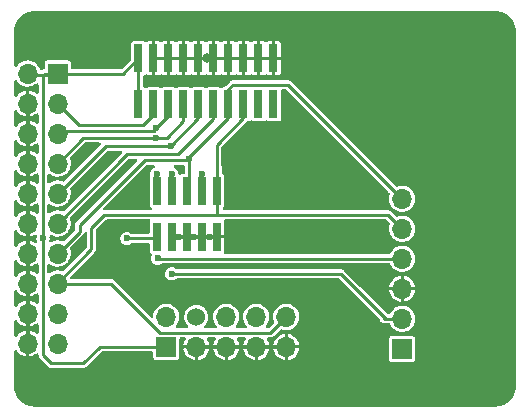
<source format=gbr>
%TF.GenerationSoftware,KiCad,Pcbnew,(6.0.1)*%
%TF.CreationDate,2023-01-19T10:52:25+01:00*%
%TF.ProjectId,swd-jlink-adapter,7377642d-6a6c-4696-9e6b-2d6164617074,rev?*%
%TF.SameCoordinates,Original*%
%TF.FileFunction,Copper,L1,Top*%
%TF.FilePolarity,Positive*%
%FSLAX46Y46*%
G04 Gerber Fmt 4.6, Leading zero omitted, Abs format (unit mm)*
G04 Created by KiCad (PCBNEW (6.0.1)) date 2023-01-19 10:52:25*
%MOMM*%
%LPD*%
G01*
G04 APERTURE LIST*
%TA.AperFunction,SMDPad,CuDef*%
%ADD10R,0.740000X2.400000*%
%TD*%
%TA.AperFunction,ComponentPad*%
%ADD11O,1.700000X1.700000*%
%TD*%
%TA.AperFunction,ComponentPad*%
%ADD12C,1.524000*%
%TD*%
%TA.AperFunction,ComponentPad*%
%ADD13R,1.700000X1.700000*%
%TD*%
%TA.AperFunction,ViaPad*%
%ADD14C,0.800000*%
%TD*%
%TA.AperFunction,ViaPad*%
%ADD15C,0.600000*%
%TD*%
%TA.AperFunction,Conductor*%
%ADD16C,0.250000*%
%TD*%
G04 APERTURE END LIST*
D10*
%TO.P,J3,1,Pin_1*%
%TO.N,VTREF*%
X139860000Y-87382500D03*
%TO.P,J3,2,Pin_2*%
%TO.N,TMS{slash}SWDIO*%
X139860000Y-83482500D03*
%TO.P,J3,3,Pin_3*%
%TO.N,GND*%
X141130000Y-87382500D03*
%TO.P,J3,4,Pin_4*%
%TO.N,TCLK{slash}SWCLK*%
X141130000Y-83482500D03*
%TO.P,J3,5,Pin_5*%
%TO.N,GND*%
X142400000Y-87382500D03*
%TO.P,J3,6,Pin_6*%
%TO.N,TDO{slash}SWO*%
X142400000Y-83482500D03*
%TO.P,J3,7,Pin_7*%
%TO.N,GND*%
X143670000Y-87382500D03*
%TO.P,J3,8,Pin_8*%
%TO.N,TDI*%
X143670000Y-83482500D03*
%TO.P,J3,9,Pin_9*%
%TO.N,GND*%
X144940000Y-87382500D03*
%TO.P,J3,10,Pin_10*%
%TO.N,NRST*%
X144940000Y-83482500D03*
%TD*%
D11*
%TO.P,J5,10,Pin_10*%
%TO.N,NRST*%
X150800000Y-94160000D03*
%TO.P,J5,9,Pin_9*%
%TO.N,GND*%
X150800000Y-96700000D03*
%TO.P,J5,8,Pin_8*%
%TO.N,TDI*%
X148260000Y-94160000D03*
%TO.P,J5,7,Pin_7*%
%TO.N,GND*%
X148260000Y-96700000D03*
%TO.P,J5,6,Pin_6*%
%TO.N,TDO{slash}SWO*%
X145720000Y-94160000D03*
%TO.P,J5,5,Pin_5*%
%TO.N,GND*%
X145720000Y-96700000D03*
D12*
%TO.P,J5,4,Pin_4*%
%TO.N,TCLK{slash}SWCLK*%
X143180000Y-94160000D03*
D11*
%TO.P,J5,3,Pin_3*%
%TO.N,GND*%
X143180000Y-96700000D03*
%TO.P,J5,2,Pin_2*%
%TO.N,TMS{slash}SWDIO*%
X140640000Y-94160000D03*
D13*
%TO.P,J5,1,Pin_1*%
%TO.N,VTREF*%
X140640000Y-96700000D03*
%TD*%
%TO.P,J2,1,Pin_1*%
%TO.N,VTREF*%
X160600000Y-96850000D03*
D11*
%TO.P,J2,2,Pin_2*%
%TO.N,TCLK{slash}SWCLK*%
X160600000Y-94310000D03*
%TO.P,J2,3,Pin_3*%
%TO.N,GND*%
X160600000Y-91770000D03*
%TO.P,J2,4,Pin_4*%
%TO.N,TMS{slash}SWDIO*%
X160600000Y-89230000D03*
%TO.P,J2,5,Pin_5*%
%TO.N,NRST*%
X160600000Y-86690000D03*
%TO.P,J2,6,Pin_6*%
%TO.N,TDO{slash}SWO*%
X160600000Y-84150000D03*
%TD*%
D10*
%TO.P,J4,1,Pin_1*%
%TO.N,VTREF*%
X138285000Y-76156000D03*
%TO.P,J4,2,Pin_2*%
X138285000Y-72256000D03*
%TO.P,J4,3,Pin_3*%
%TO.N,TRST*%
X139555000Y-76156000D03*
%TO.P,J4,4,Pin_4*%
%TO.N,GND*%
X139555000Y-72256000D03*
%TO.P,J4,5,Pin_5*%
%TO.N,TDI*%
X140825000Y-76156000D03*
%TO.P,J4,6,Pin_6*%
%TO.N,GND*%
X140825000Y-72256000D03*
%TO.P,J4,7,Pin_7*%
%TO.N,TMS{slash}SWDIO*%
X142095000Y-76156000D03*
%TO.P,J4,8,Pin_8*%
%TO.N,GND*%
X142095000Y-72256000D03*
%TO.P,J4,9,Pin_9*%
%TO.N,TCLK{slash}SWCLK*%
X143365000Y-76156000D03*
%TO.P,J4,10,Pin_10*%
%TO.N,GND*%
X143365000Y-72256000D03*
%TO.P,J4,11,Pin_11*%
%TO.N,RTCK*%
X144635000Y-76156000D03*
%TO.P,J4,12,Pin_12*%
%TO.N,GND*%
X144635000Y-72256000D03*
%TO.P,J4,13,Pin_13*%
%TO.N,TDO{slash}SWO*%
X145905000Y-76156000D03*
%TO.P,J4,14,Pin_14*%
%TO.N,GND*%
X145905000Y-72256000D03*
%TO.P,J4,15,Pin_15*%
%TO.N,NRST*%
X147175000Y-76156000D03*
%TO.P,J4,16,Pin_16*%
%TO.N,GND*%
X147175000Y-72256000D03*
%TO.P,J4,17,Pin_17*%
%TO.N,unconnected-(J4-Pad17)*%
X148445000Y-76156000D03*
%TO.P,J4,18,Pin_18*%
%TO.N,GND*%
X148445000Y-72256000D03*
%TO.P,J4,19,Pin_19*%
%TO.N,unconnected-(J4-Pad19)*%
X149715000Y-76156000D03*
%TO.P,J4,20,Pin_20*%
%TO.N,GND*%
X149715000Y-72256000D03*
%TD*%
D13*
%TO.P,J1,1,Pin_1*%
%TO.N,VTREF*%
X131445000Y-73550000D03*
D11*
%TO.P,J1,2,Pin_2*%
X128905000Y-73550000D03*
%TO.P,J1,3,Pin_3*%
%TO.N,TRST*%
X131445000Y-76090000D03*
%TO.P,J1,4,Pin_4*%
%TO.N,GND*%
X128905000Y-76090000D03*
%TO.P,J1,5,Pin_5*%
%TO.N,TDI*%
X131445000Y-78630000D03*
%TO.P,J1,6,Pin_6*%
%TO.N,GND*%
X128905000Y-78630000D03*
%TO.P,J1,7,Pin_7*%
%TO.N,TMS{slash}SWDIO*%
X131445000Y-81170000D03*
%TO.P,J1,8,Pin_8*%
%TO.N,GND*%
X128905000Y-81170000D03*
%TO.P,J1,9,Pin_9*%
%TO.N,TCLK{slash}SWCLK*%
X131445000Y-83710000D03*
%TO.P,J1,10,Pin_10*%
%TO.N,GND*%
X128905000Y-83710000D03*
%TO.P,J1,11,Pin_11*%
%TO.N,RTCK*%
X131445000Y-86250000D03*
%TO.P,J1,12,Pin_12*%
%TO.N,GND*%
X128905000Y-86250000D03*
%TO.P,J1,13,Pin_13*%
%TO.N,TDO{slash}SWO*%
X131445000Y-88790000D03*
%TO.P,J1,14,Pin_14*%
%TO.N,GND*%
X128905000Y-88790000D03*
%TO.P,J1,15,Pin_15*%
%TO.N,NRST*%
X131445000Y-91330000D03*
%TO.P,J1,16,Pin_16*%
%TO.N,GND*%
X128905000Y-91330000D03*
%TO.P,J1,17,Pin_17*%
%TO.N,unconnected-(J1-Pad17)*%
X131445000Y-93870000D03*
%TO.P,J1,18,Pin_18*%
%TO.N,GND*%
X128905000Y-93870000D03*
%TO.P,J1,19,Pin_19*%
%TO.N,unconnected-(J1-Pad19)*%
X131445000Y-96410000D03*
%TO.P,J1,20,Pin_20*%
%TO.N,GND*%
X128905000Y-96410000D03*
%TD*%
D14*
%TO.N,GND*%
X144044000Y-72256000D03*
D15*
X137300000Y-88400000D03*
%TO.N,VTREF*%
X137300000Y-87500000D03*
X130200000Y-87500000D03*
%TO.N,GND*%
X143017500Y-87382500D03*
X133200000Y-83200000D03*
X138900000Y-89200000D03*
X133200000Y-85600000D03*
X147200000Y-79800000D03*
X150100000Y-82800000D03*
X141800000Y-91200000D03*
X138900000Y-82000000D03*
X141717500Y-87382500D03*
X133200000Y-80600000D03*
X141900000Y-81524500D03*
X144317500Y-87382500D03*
X133200000Y-88500000D03*
%TO.N,TDI*%
X143650000Y-82024500D03*
X139800000Y-78158411D03*
%TO.N,TMS{slash}SWDIO*%
X139841589Y-82024500D03*
X139900000Y-89200000D03*
X139800000Y-79024500D03*
%TO.N,TCLK{slash}SWCLK*%
X141089520Y-90510480D03*
X141000000Y-79700000D03*
X141100000Y-82024500D03*
%TO.N,TDO{slash}SWO*%
X142600000Y-80800000D03*
%TD*%
D16*
%TO.N,GND*%
X144044000Y-72256000D02*
X149715000Y-72256000D01*
%TO.N,TDO{slash}SWO*%
X150950000Y-74500000D02*
X160600000Y-84150000D01*
X146300000Y-74500000D02*
X150950000Y-74500000D01*
X145905000Y-74895000D02*
X146300000Y-74500000D01*
X145905000Y-76156000D02*
X145905000Y-74895000D01*
%TO.N,VTREF*%
X131445000Y-73550000D02*
X136991000Y-73550000D01*
X135000000Y-96700000D02*
X140640000Y-96700000D01*
X130900000Y-98100000D02*
X133600000Y-98100000D01*
X130345000Y-73550000D02*
X130200000Y-73695000D01*
X133600000Y-98100000D02*
X135000000Y-96700000D01*
X139742500Y-87500000D02*
X139860000Y-87382500D01*
X130200000Y-97400000D02*
X130900000Y-98100000D01*
X138285000Y-72256000D02*
X138285000Y-76156000D01*
X130200000Y-87500000D02*
X130200000Y-97400000D01*
X128905000Y-73660000D02*
X131445000Y-73660000D01*
X130200000Y-73695000D02*
X130200000Y-87500000D01*
X131445000Y-73550000D02*
X130345000Y-73550000D01*
X136991000Y-73550000D02*
X138285000Y-72256000D01*
X137300000Y-87500000D02*
X139742500Y-87500000D01*
%TO.N,TRST*%
X133255000Y-77900000D02*
X138719520Y-77900000D01*
X139555000Y-77045000D02*
X139555000Y-76156000D01*
X131445000Y-76090000D02*
X133255000Y-77900000D01*
X138700000Y-77900000D02*
X139555000Y-77045000D01*
%TO.N,GND*%
X144317500Y-87382500D02*
X144940000Y-87382500D01*
X141717500Y-87382500D02*
X143017500Y-87382500D01*
X143017500Y-87382500D02*
X144317500Y-87382500D01*
X143147500Y-96730000D02*
X151052500Y-96730000D01*
X139555000Y-72256000D02*
X144044000Y-72256000D01*
X141130000Y-87382500D02*
X141717500Y-87382500D01*
X128905000Y-76090000D02*
X128905000Y-96410000D01*
%TO.N,TDI*%
X131675000Y-78400000D02*
X131445000Y-78630000D01*
X143650000Y-82024500D02*
X143650000Y-83462500D01*
X139800000Y-78158411D02*
X139558411Y-78400000D01*
X139800000Y-78158411D02*
X140825000Y-77133411D01*
X139558411Y-78400000D02*
X131675000Y-78400000D01*
X143650000Y-83462500D02*
X143670000Y-83482500D01*
X140825000Y-77133411D02*
X140825000Y-76156000D01*
%TO.N,TMS{slash}SWDIO*%
X142095000Y-77605000D02*
X142095000Y-76156000D01*
X133615000Y-79000000D02*
X131445000Y-81170000D01*
X140700000Y-79000000D02*
X142095000Y-77605000D01*
X160600000Y-89230000D02*
X139930000Y-89230000D01*
X139824500Y-79000000D02*
X140700000Y-79000000D01*
X139930000Y-89230000D02*
X139900000Y-89200000D01*
X139841589Y-82024500D02*
X139860000Y-82042911D01*
X139800000Y-79024500D02*
X139775500Y-79000000D01*
X139800000Y-79024500D02*
X139824500Y-79000000D01*
X139775500Y-79000000D02*
X133615000Y-79000000D01*
X139860000Y-82042911D02*
X139860000Y-83482500D01*
%TO.N,TCLK{slash}SWCLK*%
X135500000Y-79700000D02*
X141000000Y-79700000D01*
X143365000Y-77335000D02*
X143365000Y-76156000D01*
X141100000Y-82024500D02*
X141100000Y-83452500D01*
X159210000Y-94310000D02*
X155400000Y-90500000D01*
X131490000Y-83710000D02*
X135500000Y-79700000D01*
X141100000Y-83452500D02*
X141130000Y-83482500D01*
X131445000Y-83710000D02*
X131490000Y-83710000D01*
X155400000Y-90500000D02*
X141100000Y-90500000D01*
X141100000Y-90500000D02*
X141089520Y-90510480D01*
X159110000Y-94310000D02*
X160600000Y-94310000D01*
X141000000Y-79700000D02*
X143365000Y-77335000D01*
%TO.N,RTCK*%
X131445000Y-86250000D02*
X131450000Y-86250000D01*
X137300000Y-80400000D02*
X141600000Y-80400000D01*
X144635000Y-77365000D02*
X144635000Y-76156000D01*
X131450000Y-86250000D02*
X137300000Y-80400000D01*
X141600000Y-80400000D02*
X144635000Y-77365000D01*
%TO.N,TDO{slash}SWO*%
X142600000Y-80800000D02*
X142500000Y-80900000D01*
X145905000Y-77295000D02*
X145905000Y-76156000D01*
X142600000Y-80600000D02*
X145905000Y-77295000D01*
X133300000Y-86935000D02*
X131445000Y-88790000D01*
X142500000Y-80900000D02*
X138800000Y-80900000D01*
X133300000Y-86400000D02*
X133300000Y-86935000D01*
X142600000Y-80800000D02*
X142600000Y-80600000D01*
X138800000Y-80900000D02*
X133300000Y-86400000D01*
X142600000Y-83282500D02*
X142400000Y-83482500D01*
X142600000Y-80800000D02*
X142600000Y-83282500D01*
%TO.N,NRST*%
X144900000Y-84352500D02*
X144900000Y-85500000D01*
X140100000Y-95500000D02*
X149460000Y-95500000D01*
X144940000Y-84312500D02*
X144900000Y-84352500D01*
X147175000Y-77325000D02*
X144924511Y-79575489D01*
X135400000Y-85500000D02*
X134300000Y-86600000D01*
X144900000Y-85500000D02*
X159410000Y-85500000D01*
X134300000Y-86600000D02*
X134300000Y-88400000D01*
X144900000Y-85500000D02*
X135400000Y-85500000D01*
X144924511Y-79575489D02*
X144924511Y-81500000D01*
X144940000Y-83482500D02*
X144940000Y-84312500D01*
X131445000Y-91255000D02*
X131445000Y-91330000D01*
X147175000Y-76156000D02*
X147175000Y-77325000D01*
X135930000Y-91330000D02*
X140100000Y-95500000D01*
X149460000Y-95500000D02*
X150800000Y-94160000D01*
X144940000Y-83482500D02*
X144940000Y-81400000D01*
X134300000Y-88400000D02*
X131445000Y-91255000D01*
X131445000Y-91330000D02*
X135930000Y-91330000D01*
X159410000Y-85500000D02*
X160600000Y-86690000D01*
%TD*%
%TA.AperFunction,Conductor*%
%TO.N,GND*%
G36*
X168487153Y-68256421D02*
G01*
X168500000Y-68258976D01*
X168512171Y-68256555D01*
X168524581Y-68256555D01*
X168524581Y-68257198D01*
X168535326Y-68256527D01*
X168739491Y-68271129D01*
X168757285Y-68273687D01*
X168983101Y-68322810D01*
X169000350Y-68327875D01*
X169083148Y-68358757D01*
X169216877Y-68408635D01*
X169233226Y-68416102D01*
X169436049Y-68526852D01*
X169451173Y-68536571D01*
X169636176Y-68675063D01*
X169649762Y-68686836D01*
X169813164Y-68850238D01*
X169824937Y-68863824D01*
X169963429Y-69048827D01*
X169973148Y-69063951D01*
X170083898Y-69266774D01*
X170091367Y-69283127D01*
X170172125Y-69499650D01*
X170177190Y-69516899D01*
X170226313Y-69742715D01*
X170228871Y-69760509D01*
X170243473Y-69964674D01*
X170242802Y-69975419D01*
X170243445Y-69975419D01*
X170243445Y-69987829D01*
X170241024Y-70000000D01*
X170243445Y-70012170D01*
X170243579Y-70012844D01*
X170246000Y-70037425D01*
X170246000Y-99962575D01*
X170243579Y-99987153D01*
X170241024Y-100000000D01*
X170243445Y-100012171D01*
X170243445Y-100024581D01*
X170242802Y-100024581D01*
X170243473Y-100035326D01*
X170228871Y-100239491D01*
X170226313Y-100257285D01*
X170177190Y-100483101D01*
X170172125Y-100500350D01*
X170091367Y-100716873D01*
X170083898Y-100733226D01*
X169973148Y-100936049D01*
X169963429Y-100951173D01*
X169824937Y-101136176D01*
X169813164Y-101149762D01*
X169649762Y-101313164D01*
X169636176Y-101324937D01*
X169451173Y-101463429D01*
X169436049Y-101473148D01*
X169233226Y-101583898D01*
X169216877Y-101591365D01*
X169083148Y-101641243D01*
X169000350Y-101672125D01*
X168983101Y-101677190D01*
X168757285Y-101726313D01*
X168739491Y-101728871D01*
X168535326Y-101743473D01*
X168524581Y-101742802D01*
X168524581Y-101743445D01*
X168512171Y-101743445D01*
X168500000Y-101741024D01*
X168487153Y-101743579D01*
X168462575Y-101746000D01*
X129537425Y-101746000D01*
X129512847Y-101743579D01*
X129500000Y-101741024D01*
X129487829Y-101743445D01*
X129475419Y-101743445D01*
X129475419Y-101742802D01*
X129464674Y-101743473D01*
X129260509Y-101728871D01*
X129242715Y-101726313D01*
X129016899Y-101677190D01*
X128999650Y-101672125D01*
X128916852Y-101641243D01*
X128783123Y-101591365D01*
X128766774Y-101583898D01*
X128563951Y-101473148D01*
X128548827Y-101463429D01*
X128363824Y-101324937D01*
X128350238Y-101313164D01*
X128186836Y-101149762D01*
X128175063Y-101136176D01*
X128036571Y-100951173D01*
X128026852Y-100936049D01*
X127916102Y-100733226D01*
X127908633Y-100716873D01*
X127827875Y-100500350D01*
X127822810Y-100483101D01*
X127773687Y-100257285D01*
X127771129Y-100239491D01*
X127756527Y-100035326D01*
X127757198Y-100024581D01*
X127756555Y-100024581D01*
X127756555Y-100012171D01*
X127758976Y-100000000D01*
X127756421Y-99987153D01*
X127754000Y-99962575D01*
X127754000Y-97090974D01*
X127774002Y-97022853D01*
X127827658Y-96976360D01*
X127897932Y-96966256D01*
X127962512Y-96995750D01*
X127982897Y-97018254D01*
X128058579Y-97125343D01*
X128066057Y-97134098D01*
X128203114Y-97267612D01*
X128212058Y-97274855D01*
X128371156Y-97381161D01*
X128381266Y-97386651D01*
X128557077Y-97462185D01*
X128568020Y-97465740D01*
X128754647Y-97507970D01*
X128761383Y-97508857D01*
X128775302Y-97505357D01*
X128775658Y-97504978D01*
X128778000Y-97495144D01*
X128778000Y-95329678D01*
X128774194Y-95316716D01*
X128759278Y-95314780D01*
X128623737Y-95338070D01*
X128612617Y-95341050D01*
X128433095Y-95407279D01*
X128422717Y-95412229D01*
X128258273Y-95510063D01*
X128248961Y-95516829D01*
X128105097Y-95642994D01*
X128097180Y-95651337D01*
X127978950Y-95801310D01*
X127921068Y-95842423D01*
X127850148Y-95845717D01*
X127788706Y-95810145D01*
X127756249Y-95747002D01*
X127754000Y-95723304D01*
X127754000Y-94550974D01*
X127774002Y-94482853D01*
X127827658Y-94436360D01*
X127897932Y-94426256D01*
X127962512Y-94455750D01*
X127982897Y-94478254D01*
X128058579Y-94585343D01*
X128066057Y-94594098D01*
X128203114Y-94727612D01*
X128212058Y-94734855D01*
X128371156Y-94841161D01*
X128381266Y-94846651D01*
X128557077Y-94922185D01*
X128568020Y-94925740D01*
X128754647Y-94967970D01*
X128761383Y-94968857D01*
X128775302Y-94965357D01*
X128775658Y-94964978D01*
X128778000Y-94955144D01*
X128778000Y-92789678D01*
X128774194Y-92776716D01*
X128759278Y-92774780D01*
X128623737Y-92798070D01*
X128612617Y-92801050D01*
X128433095Y-92867279D01*
X128422717Y-92872229D01*
X128258273Y-92970063D01*
X128248961Y-92976829D01*
X128105097Y-93102994D01*
X128097180Y-93111337D01*
X127978950Y-93261310D01*
X127921068Y-93302423D01*
X127850148Y-93305717D01*
X127788706Y-93270145D01*
X127756249Y-93207002D01*
X127754000Y-93183304D01*
X127754000Y-92010974D01*
X127774002Y-91942853D01*
X127827658Y-91896360D01*
X127897932Y-91886256D01*
X127962512Y-91915750D01*
X127982897Y-91938254D01*
X128058579Y-92045343D01*
X128066057Y-92054098D01*
X128203114Y-92187612D01*
X128212058Y-92194855D01*
X128371156Y-92301161D01*
X128381266Y-92306651D01*
X128557077Y-92382185D01*
X128568020Y-92385740D01*
X128754647Y-92427970D01*
X128761383Y-92428857D01*
X128775302Y-92425357D01*
X128775658Y-92424978D01*
X128778000Y-92415144D01*
X128778000Y-90249678D01*
X128774194Y-90236716D01*
X128759278Y-90234780D01*
X128623737Y-90258070D01*
X128612617Y-90261050D01*
X128433095Y-90327279D01*
X128422717Y-90332229D01*
X128258273Y-90430063D01*
X128248961Y-90436829D01*
X128105097Y-90562994D01*
X128097180Y-90571337D01*
X127978950Y-90721310D01*
X127921068Y-90762423D01*
X127850148Y-90765717D01*
X127788706Y-90730145D01*
X127756249Y-90667002D01*
X127754000Y-90643304D01*
X127754000Y-89470974D01*
X127774002Y-89402853D01*
X127827658Y-89356360D01*
X127897932Y-89346256D01*
X127962512Y-89375750D01*
X127982897Y-89398254D01*
X128058579Y-89505343D01*
X128066057Y-89514098D01*
X128203114Y-89647612D01*
X128212058Y-89654855D01*
X128371156Y-89761161D01*
X128381266Y-89766651D01*
X128557077Y-89842185D01*
X128568020Y-89845740D01*
X128754647Y-89887970D01*
X128761383Y-89888857D01*
X128775302Y-89885357D01*
X128775658Y-89884978D01*
X128778000Y-89875144D01*
X128778000Y-87709678D01*
X128774194Y-87696716D01*
X128759278Y-87694780D01*
X128623737Y-87718070D01*
X128612617Y-87721050D01*
X128433095Y-87787279D01*
X128422717Y-87792229D01*
X128258273Y-87890063D01*
X128248961Y-87896829D01*
X128105097Y-88022994D01*
X128097180Y-88031337D01*
X127978950Y-88181310D01*
X127921068Y-88222423D01*
X127850148Y-88225717D01*
X127788706Y-88190145D01*
X127756249Y-88127002D01*
X127754000Y-88103304D01*
X127754000Y-86930974D01*
X127774002Y-86862853D01*
X127827658Y-86816360D01*
X127897932Y-86806256D01*
X127962512Y-86835750D01*
X127982897Y-86858254D01*
X128058579Y-86965343D01*
X128066057Y-86974098D01*
X128203114Y-87107612D01*
X128212058Y-87114855D01*
X128371156Y-87221161D01*
X128381266Y-87226651D01*
X128557077Y-87302185D01*
X128568020Y-87305740D01*
X128754647Y-87347970D01*
X128761383Y-87348857D01*
X128775302Y-87345357D01*
X128775658Y-87344978D01*
X128778000Y-87335144D01*
X128778000Y-85169678D01*
X128774194Y-85156716D01*
X128759278Y-85154780D01*
X128623737Y-85178070D01*
X128612617Y-85181050D01*
X128433095Y-85247279D01*
X128422717Y-85252229D01*
X128258273Y-85350063D01*
X128248961Y-85356829D01*
X128105097Y-85482994D01*
X128097180Y-85491337D01*
X127978950Y-85641310D01*
X127921068Y-85682423D01*
X127850148Y-85685717D01*
X127788706Y-85650145D01*
X127756249Y-85587002D01*
X127754000Y-85563304D01*
X127754000Y-84390974D01*
X127774002Y-84322853D01*
X127827658Y-84276360D01*
X127897932Y-84266256D01*
X127962512Y-84295750D01*
X127982897Y-84318254D01*
X128058579Y-84425343D01*
X128066057Y-84434098D01*
X128203114Y-84567612D01*
X128212058Y-84574855D01*
X128371156Y-84681161D01*
X128381266Y-84686651D01*
X128557077Y-84762185D01*
X128568020Y-84765740D01*
X128754647Y-84807970D01*
X128761383Y-84808857D01*
X128775302Y-84805357D01*
X128775658Y-84804978D01*
X128778000Y-84795144D01*
X128778000Y-82629678D01*
X128774194Y-82616716D01*
X128759278Y-82614780D01*
X128623737Y-82638070D01*
X128612617Y-82641050D01*
X128433095Y-82707279D01*
X128422717Y-82712229D01*
X128258273Y-82810063D01*
X128248961Y-82816829D01*
X128105097Y-82942994D01*
X128097180Y-82951337D01*
X127978950Y-83101310D01*
X127921068Y-83142423D01*
X127850148Y-83145717D01*
X127788706Y-83110145D01*
X127756249Y-83047002D01*
X127754000Y-83023304D01*
X127754000Y-81850974D01*
X127774002Y-81782853D01*
X127827658Y-81736360D01*
X127897932Y-81726256D01*
X127962512Y-81755750D01*
X127982897Y-81778254D01*
X128058579Y-81885343D01*
X128066057Y-81894098D01*
X128203114Y-82027612D01*
X128212058Y-82034855D01*
X128371156Y-82141161D01*
X128381266Y-82146651D01*
X128557077Y-82222185D01*
X128568020Y-82225740D01*
X128754647Y-82267970D01*
X128761383Y-82268857D01*
X128775302Y-82265357D01*
X128775658Y-82264978D01*
X128778000Y-82255144D01*
X128778000Y-80089678D01*
X128774194Y-80076716D01*
X128759278Y-80074780D01*
X128623737Y-80098070D01*
X128612617Y-80101050D01*
X128433095Y-80167279D01*
X128422717Y-80172229D01*
X128258273Y-80270063D01*
X128248961Y-80276829D01*
X128105097Y-80402994D01*
X128097180Y-80411337D01*
X127978950Y-80561310D01*
X127921068Y-80602423D01*
X127850148Y-80605717D01*
X127788706Y-80570145D01*
X127756249Y-80507002D01*
X127754000Y-80483304D01*
X127754000Y-79310974D01*
X127774002Y-79242853D01*
X127827658Y-79196360D01*
X127897932Y-79186256D01*
X127962512Y-79215750D01*
X127982897Y-79238254D01*
X128058579Y-79345343D01*
X128066057Y-79354098D01*
X128203114Y-79487612D01*
X128212058Y-79494855D01*
X128371156Y-79601161D01*
X128381266Y-79606651D01*
X128557077Y-79682185D01*
X128568020Y-79685740D01*
X128754647Y-79727970D01*
X128761383Y-79728857D01*
X128775302Y-79725357D01*
X128775658Y-79724978D01*
X128778000Y-79715144D01*
X128778000Y-77549678D01*
X128774194Y-77536716D01*
X128759278Y-77534780D01*
X128623737Y-77558070D01*
X128612617Y-77561050D01*
X128433095Y-77627279D01*
X128422717Y-77632229D01*
X128258273Y-77730063D01*
X128248961Y-77736829D01*
X128105097Y-77862994D01*
X128097180Y-77871337D01*
X127978950Y-78021310D01*
X127921068Y-78062423D01*
X127850148Y-78065717D01*
X127788706Y-78030145D01*
X127756249Y-77967002D01*
X127754000Y-77943304D01*
X127754000Y-76770974D01*
X127774002Y-76702853D01*
X127827658Y-76656360D01*
X127897932Y-76646256D01*
X127962512Y-76675750D01*
X127982897Y-76698254D01*
X128058579Y-76805343D01*
X128066057Y-76814098D01*
X128203114Y-76947612D01*
X128212058Y-76954855D01*
X128371156Y-77061161D01*
X128381266Y-77066651D01*
X128557077Y-77142185D01*
X128568020Y-77145740D01*
X128754647Y-77187970D01*
X128761383Y-77188857D01*
X128775302Y-77185357D01*
X128775658Y-77184978D01*
X128778000Y-77175144D01*
X128778000Y-75009678D01*
X128774194Y-74996716D01*
X128759278Y-74994780D01*
X128623737Y-75018070D01*
X128612617Y-75021050D01*
X128433095Y-75087279D01*
X128422717Y-75092229D01*
X128258273Y-75190063D01*
X128248961Y-75196829D01*
X128105097Y-75322994D01*
X128097180Y-75331337D01*
X127978950Y-75481310D01*
X127921068Y-75522423D01*
X127850148Y-75525717D01*
X127788706Y-75490145D01*
X127756249Y-75427002D01*
X127754000Y-75403304D01*
X127754000Y-74231841D01*
X127774002Y-74163720D01*
X127827658Y-74117227D01*
X127897932Y-74107123D01*
X127962512Y-74136617D01*
X127982897Y-74159121D01*
X128023325Y-74216325D01*
X128061533Y-74270389D01*
X128206938Y-74412035D01*
X128375720Y-74524812D01*
X128381023Y-74527090D01*
X128381026Y-74527092D01*
X128512283Y-74583484D01*
X128562228Y-74604942D01*
X128622628Y-74618609D01*
X128754579Y-74648467D01*
X128754584Y-74648468D01*
X128760216Y-74649742D01*
X128765987Y-74649969D01*
X128765989Y-74649969D01*
X128825756Y-74652317D01*
X128963053Y-74657712D01*
X129076231Y-74641302D01*
X129158231Y-74629413D01*
X129158236Y-74629412D01*
X129163945Y-74628584D01*
X129169409Y-74626729D01*
X129169414Y-74626728D01*
X129350693Y-74565192D01*
X129350698Y-74565190D01*
X129356165Y-74563334D01*
X129533276Y-74464147D01*
X129613931Y-74397067D01*
X129679094Y-74368886D01*
X129749149Y-74380409D01*
X129801854Y-74427978D01*
X129820500Y-74493941D01*
X129820500Y-75144685D01*
X129800498Y-75212806D01*
X129746842Y-75259299D01*
X129676568Y-75269403D01*
X129608971Y-75237209D01*
X129584198Y-75214309D01*
X129575067Y-75207303D01*
X129413236Y-75105195D01*
X129402989Y-75099974D01*
X129225260Y-75029068D01*
X129214232Y-75025801D01*
X129049769Y-74993088D01*
X129036894Y-74994240D01*
X129032000Y-75009396D01*
X129032000Y-77169095D01*
X129035966Y-77182601D01*
X129049966Y-77184605D01*
X129158106Y-77168926D01*
X129169302Y-77166238D01*
X129350497Y-77104730D01*
X129360994Y-77100056D01*
X129527958Y-77006552D01*
X129537430Y-77000042D01*
X129613931Y-76936417D01*
X129679095Y-76908236D01*
X129749150Y-76919760D01*
X129801854Y-76967329D01*
X129820500Y-77033291D01*
X129820500Y-77684685D01*
X129800498Y-77752806D01*
X129746842Y-77799299D01*
X129676568Y-77809403D01*
X129608971Y-77777209D01*
X129584198Y-77754309D01*
X129575067Y-77747303D01*
X129413236Y-77645195D01*
X129402989Y-77639974D01*
X129225260Y-77569068D01*
X129214232Y-77565801D01*
X129049769Y-77533088D01*
X129036894Y-77534240D01*
X129032000Y-77549396D01*
X129032000Y-79709095D01*
X129035966Y-79722601D01*
X129049966Y-79724605D01*
X129158106Y-79708926D01*
X129169302Y-79706238D01*
X129350497Y-79644730D01*
X129360994Y-79640056D01*
X129527958Y-79546552D01*
X129537430Y-79540042D01*
X129613931Y-79476417D01*
X129679095Y-79448236D01*
X129749150Y-79459760D01*
X129801854Y-79507329D01*
X129820500Y-79573291D01*
X129820500Y-80224685D01*
X129800498Y-80292806D01*
X129746842Y-80339299D01*
X129676568Y-80349403D01*
X129608971Y-80317209D01*
X129584198Y-80294309D01*
X129575067Y-80287303D01*
X129413236Y-80185195D01*
X129402989Y-80179974D01*
X129225260Y-80109068D01*
X129214232Y-80105801D01*
X129049769Y-80073088D01*
X129036894Y-80074240D01*
X129032000Y-80089396D01*
X129032000Y-82249095D01*
X129035966Y-82262601D01*
X129049966Y-82264605D01*
X129158106Y-82248926D01*
X129169302Y-82246238D01*
X129350497Y-82184730D01*
X129360994Y-82180056D01*
X129527958Y-82086552D01*
X129537430Y-82080042D01*
X129613931Y-82016417D01*
X129679095Y-81988236D01*
X129749150Y-81999760D01*
X129801854Y-82047329D01*
X129820500Y-82113291D01*
X129820500Y-82764685D01*
X129800498Y-82832806D01*
X129746842Y-82879299D01*
X129676568Y-82889403D01*
X129608971Y-82857209D01*
X129584198Y-82834309D01*
X129575067Y-82827303D01*
X129413236Y-82725195D01*
X129402989Y-82719974D01*
X129225260Y-82649068D01*
X129214232Y-82645801D01*
X129049769Y-82613088D01*
X129036894Y-82614240D01*
X129032000Y-82629396D01*
X129032000Y-84789095D01*
X129035966Y-84802601D01*
X129049966Y-84804605D01*
X129158106Y-84788926D01*
X129169302Y-84786238D01*
X129350497Y-84724730D01*
X129360994Y-84720056D01*
X129527958Y-84626552D01*
X129537430Y-84620042D01*
X129613931Y-84556417D01*
X129679095Y-84528236D01*
X129749150Y-84539760D01*
X129801854Y-84587329D01*
X129820500Y-84653291D01*
X129820500Y-85304685D01*
X129800498Y-85372806D01*
X129746842Y-85419299D01*
X129676568Y-85429403D01*
X129608971Y-85397209D01*
X129584198Y-85374309D01*
X129575067Y-85367303D01*
X129413236Y-85265195D01*
X129402989Y-85259974D01*
X129225260Y-85189068D01*
X129214232Y-85185801D01*
X129049769Y-85153088D01*
X129036894Y-85154240D01*
X129032000Y-85169396D01*
X129032000Y-87329095D01*
X129035966Y-87342601D01*
X129049966Y-87344605D01*
X129158106Y-87328926D01*
X129169302Y-87326238D01*
X129350497Y-87264730D01*
X129361002Y-87260053D01*
X129484326Y-87190988D01*
X129553534Y-87175154D01*
X129620316Y-87199251D01*
X129663469Y-87255628D01*
X129669292Y-87326385D01*
X129664045Y-87343461D01*
X129662931Y-87347620D01*
X129659772Y-87355246D01*
X129658695Y-87363430D01*
X129658694Y-87363432D01*
X129643841Y-87476255D01*
X129640715Y-87500000D01*
X129641793Y-87508188D01*
X129647035Y-87548002D01*
X129659772Y-87644754D01*
X129662931Y-87652380D01*
X129662933Y-87652387D01*
X129685198Y-87706139D01*
X129692788Y-87776729D01*
X129661009Y-87840216D01*
X129599951Y-87876444D01*
X129529000Y-87873910D01*
X129501555Y-87860920D01*
X129413236Y-87805195D01*
X129402989Y-87799974D01*
X129225260Y-87729068D01*
X129214232Y-87725801D01*
X129049769Y-87693088D01*
X129036894Y-87694240D01*
X129032000Y-87709396D01*
X129032000Y-89869095D01*
X129035966Y-89882601D01*
X129049966Y-89884605D01*
X129158106Y-89868926D01*
X129169302Y-89866238D01*
X129350497Y-89804730D01*
X129360994Y-89800056D01*
X129527958Y-89706552D01*
X129537430Y-89700042D01*
X129613931Y-89636417D01*
X129679095Y-89608236D01*
X129749150Y-89619760D01*
X129801854Y-89667329D01*
X129820500Y-89733291D01*
X129820500Y-90384685D01*
X129800498Y-90452806D01*
X129746842Y-90499299D01*
X129676568Y-90509403D01*
X129608971Y-90477209D01*
X129584198Y-90454309D01*
X129575067Y-90447303D01*
X129413236Y-90345195D01*
X129402989Y-90339974D01*
X129225260Y-90269068D01*
X129214232Y-90265801D01*
X129049769Y-90233088D01*
X129036894Y-90234240D01*
X129032000Y-90249396D01*
X129032000Y-92409095D01*
X129035966Y-92422601D01*
X129049966Y-92424605D01*
X129158106Y-92408926D01*
X129169302Y-92406238D01*
X129350497Y-92344730D01*
X129360994Y-92340056D01*
X129527958Y-92246552D01*
X129537430Y-92240042D01*
X129613931Y-92176417D01*
X129679095Y-92148236D01*
X129749150Y-92159760D01*
X129801854Y-92207329D01*
X129820500Y-92273291D01*
X129820500Y-92924685D01*
X129800498Y-92992806D01*
X129746842Y-93039299D01*
X129676568Y-93049403D01*
X129608971Y-93017209D01*
X129584198Y-92994309D01*
X129575067Y-92987303D01*
X129413236Y-92885195D01*
X129402989Y-92879974D01*
X129225260Y-92809068D01*
X129214232Y-92805801D01*
X129049769Y-92773088D01*
X129036894Y-92774240D01*
X129032000Y-92789396D01*
X129032000Y-94949095D01*
X129035966Y-94962601D01*
X129049966Y-94964605D01*
X129158106Y-94948926D01*
X129169302Y-94946238D01*
X129350497Y-94884730D01*
X129360994Y-94880056D01*
X129527958Y-94786552D01*
X129537430Y-94780042D01*
X129613931Y-94716417D01*
X129679095Y-94688236D01*
X129749150Y-94699760D01*
X129801854Y-94747329D01*
X129820500Y-94813291D01*
X129820500Y-95464685D01*
X129800498Y-95532806D01*
X129746842Y-95579299D01*
X129676568Y-95589403D01*
X129608971Y-95557209D01*
X129584198Y-95534309D01*
X129575067Y-95527303D01*
X129413236Y-95425195D01*
X129402989Y-95419974D01*
X129225260Y-95349068D01*
X129214232Y-95345801D01*
X129049769Y-95313088D01*
X129036894Y-95314240D01*
X129032000Y-95329396D01*
X129032000Y-97489095D01*
X129035966Y-97502601D01*
X129049966Y-97504605D01*
X129158106Y-97488926D01*
X129169302Y-97486238D01*
X129350497Y-97424730D01*
X129360994Y-97420056D01*
X129527958Y-97326552D01*
X129537430Y-97320042D01*
X129612040Y-97257990D01*
X129677204Y-97229809D01*
X129747259Y-97241333D01*
X129799964Y-97288902D01*
X129818583Y-97357413D01*
X129818131Y-97361282D01*
X129818363Y-97361293D01*
X129817872Y-97371694D01*
X129815680Y-97381876D01*
X129816904Y-97392217D01*
X129819627Y-97415223D01*
X129819977Y-97421154D01*
X129820072Y-97421146D01*
X129820500Y-97426324D01*
X129820500Y-97431524D01*
X129821354Y-97436653D01*
X129821354Y-97436656D01*
X129823669Y-97450565D01*
X129824506Y-97456443D01*
X129828371Y-97489095D01*
X129830530Y-97507341D01*
X129834493Y-97515593D01*
X129835996Y-97524626D01*
X129840943Y-97533795D01*
X129840944Y-97533797D01*
X129860334Y-97569732D01*
X129863031Y-97575025D01*
X129881785Y-97614082D01*
X129881788Y-97614086D01*
X129885219Y-97621232D01*
X129888814Y-97625508D01*
X129890737Y-97627431D01*
X129892509Y-97629363D01*
X129892552Y-97629442D01*
X129892428Y-97629555D01*
X129892904Y-97630095D01*
X129895990Y-97635814D01*
X129903635Y-97642881D01*
X129935572Y-97672403D01*
X129939139Y-97675833D01*
X130593527Y-98330222D01*
X130608659Y-98348959D01*
X130609780Y-98350191D01*
X130615429Y-98358940D01*
X130623607Y-98365387D01*
X130641799Y-98379728D01*
X130646241Y-98383676D01*
X130646303Y-98383603D01*
X130650268Y-98386963D01*
X130653943Y-98390638D01*
X130658165Y-98393655D01*
X130658171Y-98393660D01*
X130669650Y-98401862D01*
X130674399Y-98405428D01*
X130714647Y-98437156D01*
X130723284Y-98440189D01*
X130730734Y-98445513D01*
X130740710Y-98448497D01*
X130740711Y-98448497D01*
X130756046Y-98453083D01*
X130779849Y-98460202D01*
X130785486Y-98462034D01*
X130826199Y-98476331D01*
X130833851Y-98479018D01*
X130839416Y-98479500D01*
X130842124Y-98479500D01*
X130844758Y-98479614D01*
X130844856Y-98479643D01*
X130844849Y-98479807D01*
X130845553Y-98479851D01*
X130851778Y-98481713D01*
X130905635Y-98479597D01*
X130910582Y-98479500D01*
X133546080Y-98479500D01*
X133570028Y-98482049D01*
X133571693Y-98482128D01*
X133581876Y-98484320D01*
X133592217Y-98483096D01*
X133615223Y-98480373D01*
X133621154Y-98480023D01*
X133621146Y-98479928D01*
X133626324Y-98479500D01*
X133631524Y-98479500D01*
X133636653Y-98478646D01*
X133636656Y-98478646D01*
X133650565Y-98476331D01*
X133656443Y-98475494D01*
X133697001Y-98470694D01*
X133697002Y-98470694D01*
X133707341Y-98469470D01*
X133715593Y-98465507D01*
X133724626Y-98464004D01*
X133733795Y-98459057D01*
X133733797Y-98459056D01*
X133769732Y-98439666D01*
X133775025Y-98436969D01*
X133814082Y-98418215D01*
X133814086Y-98418212D01*
X133821232Y-98414781D01*
X133825508Y-98411186D01*
X133827431Y-98409263D01*
X133829363Y-98407491D01*
X133829442Y-98407448D01*
X133829555Y-98407572D01*
X133830095Y-98407096D01*
X133835814Y-98404010D01*
X133854012Y-98384324D01*
X133872416Y-98364414D01*
X133875846Y-98360848D01*
X135120289Y-97116405D01*
X135182601Y-97082379D01*
X135209384Y-97079500D01*
X139409501Y-97079500D01*
X139477622Y-97099502D01*
X139524115Y-97153158D01*
X139535501Y-97205500D01*
X139535501Y-97575066D01*
X139542458Y-97610042D01*
X139546339Y-97629555D01*
X139550266Y-97649301D01*
X139557161Y-97659620D01*
X139557162Y-97659622D01*
X139567994Y-97675833D01*
X139606516Y-97733484D01*
X139690699Y-97789734D01*
X139764933Y-97804500D01*
X140639858Y-97804500D01*
X141515066Y-97804499D01*
X141550818Y-97797388D01*
X141577126Y-97792156D01*
X141577128Y-97792155D01*
X141589301Y-97789734D01*
X141599621Y-97782839D01*
X141599622Y-97782838D01*
X141663168Y-97740377D01*
X141673484Y-97733484D01*
X141729734Y-97649301D01*
X141744500Y-97575067D01*
X141744500Y-96842602D01*
X142082899Y-96842602D01*
X142084542Y-96867676D01*
X142086343Y-96879046D01*
X142133443Y-97064502D01*
X142137284Y-97075348D01*
X142217394Y-97249120D01*
X142223145Y-97259081D01*
X142333579Y-97415343D01*
X142341057Y-97424098D01*
X142478114Y-97557612D01*
X142487058Y-97564855D01*
X142646156Y-97671161D01*
X142656266Y-97676651D01*
X142832077Y-97752185D01*
X142843020Y-97755740D01*
X143029647Y-97797970D01*
X143036383Y-97798857D01*
X143050302Y-97795357D01*
X143050658Y-97794978D01*
X143053000Y-97785144D01*
X143053000Y-97779095D01*
X143307000Y-97779095D01*
X143310966Y-97792601D01*
X143324966Y-97794605D01*
X143433106Y-97778926D01*
X143444302Y-97776238D01*
X143625497Y-97714730D01*
X143635994Y-97710056D01*
X143802958Y-97616552D01*
X143812430Y-97610042D01*
X143959553Y-97487682D01*
X143967682Y-97479553D01*
X144090042Y-97332430D01*
X144096552Y-97322958D01*
X144190056Y-97155994D01*
X144194730Y-97145497D01*
X144256238Y-96964302D01*
X144258926Y-96953106D01*
X144274610Y-96844929D01*
X144274278Y-96842602D01*
X144622899Y-96842602D01*
X144624542Y-96867676D01*
X144626343Y-96879046D01*
X144673443Y-97064502D01*
X144677284Y-97075348D01*
X144757394Y-97249120D01*
X144763145Y-97259081D01*
X144873579Y-97415343D01*
X144881057Y-97424098D01*
X145018114Y-97557612D01*
X145027058Y-97564855D01*
X145186156Y-97671161D01*
X145196266Y-97676651D01*
X145372077Y-97752185D01*
X145383020Y-97755740D01*
X145569647Y-97797970D01*
X145576383Y-97798857D01*
X145590302Y-97795357D01*
X145590658Y-97794978D01*
X145593000Y-97785144D01*
X145593000Y-97779095D01*
X145847000Y-97779095D01*
X145850966Y-97792601D01*
X145864966Y-97794605D01*
X145973106Y-97778926D01*
X145984302Y-97776238D01*
X146165497Y-97714730D01*
X146175994Y-97710056D01*
X146342958Y-97616552D01*
X146352430Y-97610042D01*
X146499553Y-97487682D01*
X146507682Y-97479553D01*
X146630042Y-97332430D01*
X146636552Y-97322958D01*
X146730056Y-97155994D01*
X146734730Y-97145497D01*
X146796238Y-96964302D01*
X146798926Y-96953106D01*
X146814610Y-96844929D01*
X146814278Y-96842602D01*
X147162899Y-96842602D01*
X147164542Y-96867676D01*
X147166343Y-96879046D01*
X147213443Y-97064502D01*
X147217284Y-97075348D01*
X147297394Y-97249120D01*
X147303145Y-97259081D01*
X147413579Y-97415343D01*
X147421057Y-97424098D01*
X147558114Y-97557612D01*
X147567058Y-97564855D01*
X147726156Y-97671161D01*
X147736266Y-97676651D01*
X147912077Y-97752185D01*
X147923020Y-97755740D01*
X148109647Y-97797970D01*
X148116383Y-97798857D01*
X148130302Y-97795357D01*
X148130658Y-97794978D01*
X148133000Y-97785144D01*
X148133000Y-97779095D01*
X148387000Y-97779095D01*
X148390966Y-97792601D01*
X148404966Y-97794605D01*
X148513106Y-97778926D01*
X148524302Y-97776238D01*
X148705497Y-97714730D01*
X148715994Y-97710056D01*
X148882958Y-97616552D01*
X148892430Y-97610042D01*
X149039553Y-97487682D01*
X149047682Y-97479553D01*
X149170042Y-97332430D01*
X149176552Y-97322958D01*
X149270056Y-97155994D01*
X149274730Y-97145497D01*
X149336238Y-96964302D01*
X149338926Y-96953106D01*
X149354610Y-96844929D01*
X149354278Y-96842602D01*
X149702899Y-96842602D01*
X149704542Y-96867676D01*
X149706343Y-96879046D01*
X149753443Y-97064502D01*
X149757284Y-97075348D01*
X149837394Y-97249120D01*
X149843145Y-97259081D01*
X149953579Y-97415343D01*
X149961057Y-97424098D01*
X150098114Y-97557612D01*
X150107058Y-97564855D01*
X150266156Y-97671161D01*
X150276266Y-97676651D01*
X150452077Y-97752185D01*
X150463020Y-97755740D01*
X150649647Y-97797970D01*
X150656383Y-97798857D01*
X150670302Y-97795357D01*
X150670658Y-97794978D01*
X150673000Y-97785144D01*
X150673000Y-97779095D01*
X150927000Y-97779095D01*
X150930966Y-97792601D01*
X150944966Y-97794605D01*
X151053106Y-97778926D01*
X151064302Y-97776238D01*
X151245497Y-97714730D01*
X151255994Y-97710056D01*
X151422958Y-97616552D01*
X151432430Y-97610042D01*
X151579553Y-97487682D01*
X151587682Y-97479553D01*
X151710042Y-97332430D01*
X151716552Y-97322958D01*
X151810056Y-97155994D01*
X151814730Y-97145497D01*
X151876238Y-96964302D01*
X151878926Y-96953106D01*
X151894610Y-96844929D01*
X151892624Y-96830993D01*
X151879056Y-96827000D01*
X150945115Y-96827000D01*
X150929876Y-96831475D01*
X150928671Y-96832865D01*
X150927000Y-96840548D01*
X150927000Y-97779095D01*
X150673000Y-97779095D01*
X150673000Y-96845115D01*
X150668525Y-96829876D01*
X150667135Y-96828671D01*
X150659452Y-96827000D01*
X149719991Y-96827000D01*
X149704951Y-96831416D01*
X149702899Y-96842602D01*
X149354278Y-96842602D01*
X149352624Y-96830993D01*
X149339056Y-96827000D01*
X148405115Y-96827000D01*
X148389876Y-96831475D01*
X148388671Y-96832865D01*
X148387000Y-96840548D01*
X148387000Y-97779095D01*
X148133000Y-97779095D01*
X148133000Y-96845115D01*
X148128525Y-96829876D01*
X148127135Y-96828671D01*
X148119452Y-96827000D01*
X147179991Y-96827000D01*
X147164951Y-96831416D01*
X147162899Y-96842602D01*
X146814278Y-96842602D01*
X146812624Y-96830993D01*
X146799056Y-96827000D01*
X145865115Y-96827000D01*
X145849876Y-96831475D01*
X145848671Y-96832865D01*
X145847000Y-96840548D01*
X145847000Y-97779095D01*
X145593000Y-97779095D01*
X145593000Y-96845115D01*
X145588525Y-96829876D01*
X145587135Y-96828671D01*
X145579452Y-96827000D01*
X144639991Y-96827000D01*
X144624951Y-96831416D01*
X144622899Y-96842602D01*
X144274278Y-96842602D01*
X144272624Y-96830993D01*
X144259056Y-96827000D01*
X143325115Y-96827000D01*
X143309876Y-96831475D01*
X143308671Y-96832865D01*
X143307000Y-96840548D01*
X143307000Y-97779095D01*
X143053000Y-97779095D01*
X143053000Y-96845115D01*
X143048525Y-96829876D01*
X143047135Y-96828671D01*
X143039452Y-96827000D01*
X142099991Y-96827000D01*
X142084951Y-96831416D01*
X142082899Y-96842602D01*
X141744500Y-96842602D01*
X141744499Y-96005500D01*
X141764501Y-95937379D01*
X141818157Y-95890886D01*
X141870499Y-95879500D01*
X142161152Y-95879500D01*
X142229273Y-95899502D01*
X142275766Y-95953158D01*
X142285870Y-96023432D01*
X142260104Y-96083504D01*
X142253716Y-96091607D01*
X142247450Y-96101256D01*
X142158360Y-96270589D01*
X142153951Y-96281232D01*
X142097210Y-96463967D01*
X142094820Y-96475211D01*
X142085375Y-96555012D01*
X142087817Y-96569431D01*
X142100559Y-96573000D01*
X144258945Y-96573000D01*
X144273490Y-96568729D01*
X144275553Y-96556595D01*
X144270693Y-96503707D01*
X144268595Y-96492386D01*
X144216658Y-96308231D01*
X144212533Y-96297484D01*
X144127903Y-96125871D01*
X144121893Y-96116063D01*
X144095627Y-96080889D01*
X144070895Y-96014340D01*
X144086069Y-95944983D01*
X144136331Y-95894841D01*
X144196585Y-95879500D01*
X144701152Y-95879500D01*
X144769273Y-95899502D01*
X144815766Y-95953158D01*
X144825870Y-96023432D01*
X144800104Y-96083504D01*
X144793716Y-96091607D01*
X144787450Y-96101256D01*
X144698360Y-96270589D01*
X144693951Y-96281232D01*
X144637210Y-96463967D01*
X144634820Y-96475211D01*
X144625375Y-96555012D01*
X144627817Y-96569431D01*
X144640559Y-96573000D01*
X146798945Y-96573000D01*
X146813490Y-96568729D01*
X146815553Y-96556595D01*
X146810693Y-96503707D01*
X146808595Y-96492386D01*
X146756658Y-96308231D01*
X146752533Y-96297484D01*
X146667903Y-96125871D01*
X146661893Y-96116063D01*
X146635627Y-96080889D01*
X146610895Y-96014340D01*
X146626069Y-95944983D01*
X146676331Y-95894841D01*
X146736585Y-95879500D01*
X147241152Y-95879500D01*
X147309273Y-95899502D01*
X147355766Y-95953158D01*
X147365870Y-96023432D01*
X147340104Y-96083504D01*
X147333716Y-96091607D01*
X147327450Y-96101256D01*
X147238360Y-96270589D01*
X147233951Y-96281232D01*
X147177210Y-96463967D01*
X147174820Y-96475211D01*
X147165375Y-96555012D01*
X147167817Y-96569431D01*
X147180559Y-96573000D01*
X149338945Y-96573000D01*
X149353490Y-96568729D01*
X149355553Y-96556595D01*
X149355408Y-96555012D01*
X149705375Y-96555012D01*
X149707817Y-96569431D01*
X149720559Y-96573000D01*
X150654885Y-96573000D01*
X150670124Y-96568525D01*
X150671329Y-96567135D01*
X150673000Y-96559452D01*
X150673000Y-96554885D01*
X150927000Y-96554885D01*
X150931475Y-96570124D01*
X150932865Y-96571329D01*
X150940548Y-96573000D01*
X151878945Y-96573000D01*
X151893490Y-96568729D01*
X151895553Y-96556595D01*
X151890693Y-96503707D01*
X151888595Y-96492386D01*
X151836658Y-96308231D01*
X151832533Y-96297484D01*
X151747903Y-96125871D01*
X151741893Y-96116063D01*
X151636506Y-95974933D01*
X159495500Y-95974933D01*
X159495501Y-97725066D01*
X159500895Y-97752185D01*
X159506992Y-97782839D01*
X159510266Y-97799301D01*
X159566516Y-97883484D01*
X159650699Y-97939734D01*
X159724933Y-97954500D01*
X160599858Y-97954500D01*
X161475066Y-97954499D01*
X161510818Y-97947388D01*
X161537126Y-97942156D01*
X161537128Y-97942155D01*
X161549301Y-97939734D01*
X161559621Y-97932839D01*
X161559622Y-97932838D01*
X161623168Y-97890377D01*
X161633484Y-97883484D01*
X161689734Y-97799301D01*
X161704500Y-97725067D01*
X161704499Y-95974934D01*
X161697388Y-95939182D01*
X161692156Y-95912874D01*
X161692155Y-95912872D01*
X161689734Y-95900699D01*
X161677273Y-95882049D01*
X161640377Y-95826832D01*
X161633484Y-95816516D01*
X161549301Y-95760266D01*
X161475067Y-95745500D01*
X160600142Y-95745500D01*
X159724934Y-95745501D01*
X159698800Y-95750699D01*
X159662874Y-95757844D01*
X159662872Y-95757845D01*
X159650699Y-95760266D01*
X159640379Y-95767161D01*
X159640378Y-95767162D01*
X159596674Y-95796365D01*
X159566516Y-95816516D01*
X159510266Y-95900699D01*
X159495500Y-95974933D01*
X151636506Y-95974933D01*
X151627400Y-95962739D01*
X151619710Y-95954199D01*
X151479192Y-95824304D01*
X151470067Y-95817303D01*
X151308236Y-95715195D01*
X151297989Y-95709974D01*
X151120260Y-95639068D01*
X151109232Y-95635801D01*
X150944769Y-95603088D01*
X150931894Y-95604240D01*
X150927000Y-95619396D01*
X150927000Y-96554885D01*
X150673000Y-96554885D01*
X150673000Y-95619678D01*
X150669194Y-95606716D01*
X150654278Y-95604780D01*
X150518737Y-95628070D01*
X150507617Y-95631050D01*
X150328095Y-95697279D01*
X150317717Y-95702229D01*
X150153273Y-95800063D01*
X150143961Y-95806829D01*
X150000097Y-95932994D01*
X149992180Y-95941337D01*
X149873718Y-96091605D01*
X149867450Y-96101256D01*
X149778360Y-96270589D01*
X149773951Y-96281232D01*
X149717210Y-96463967D01*
X149714820Y-96475211D01*
X149705375Y-96555012D01*
X149355408Y-96555012D01*
X149350693Y-96503707D01*
X149348595Y-96492386D01*
X149296658Y-96308231D01*
X149292533Y-96297484D01*
X149207903Y-96125871D01*
X149201893Y-96116063D01*
X149175627Y-96080889D01*
X149150895Y-96014340D01*
X149166069Y-95944983D01*
X149216331Y-95894841D01*
X149276585Y-95879500D01*
X149406080Y-95879500D01*
X149430028Y-95882049D01*
X149431693Y-95882128D01*
X149441876Y-95884320D01*
X149452217Y-95883096D01*
X149475223Y-95880373D01*
X149481154Y-95880023D01*
X149481146Y-95879928D01*
X149486324Y-95879500D01*
X149491524Y-95879500D01*
X149496653Y-95878646D01*
X149496656Y-95878646D01*
X149510565Y-95876331D01*
X149516443Y-95875494D01*
X149557001Y-95870694D01*
X149557002Y-95870694D01*
X149567341Y-95869470D01*
X149575593Y-95865507D01*
X149584626Y-95864004D01*
X149593795Y-95859057D01*
X149593797Y-95859056D01*
X149629732Y-95839666D01*
X149635025Y-95836969D01*
X149674082Y-95818215D01*
X149674086Y-95818212D01*
X149681232Y-95814781D01*
X149685508Y-95811186D01*
X149687431Y-95809263D01*
X149689363Y-95807491D01*
X149689442Y-95807448D01*
X149689555Y-95807572D01*
X149690095Y-95807096D01*
X149695814Y-95804010D01*
X149732417Y-95764413D01*
X149735846Y-95760848D01*
X150274107Y-95222587D01*
X150336419Y-95188561D01*
X150412941Y-95195915D01*
X150457228Y-95214942D01*
X150510393Y-95226972D01*
X150649579Y-95258467D01*
X150649584Y-95258468D01*
X150655216Y-95259742D01*
X150660987Y-95259969D01*
X150660989Y-95259969D01*
X150720756Y-95262317D01*
X150858053Y-95267712D01*
X150958499Y-95253148D01*
X151053231Y-95239413D01*
X151053236Y-95239412D01*
X151058945Y-95238584D01*
X151064409Y-95236729D01*
X151064414Y-95236728D01*
X151245693Y-95175192D01*
X151245698Y-95175190D01*
X151251165Y-95173334D01*
X151428276Y-95074147D01*
X151461107Y-95046842D01*
X151579913Y-94948031D01*
X151584345Y-94944345D01*
X151646733Y-94869332D01*
X151710453Y-94792718D01*
X151710455Y-94792715D01*
X151714147Y-94788276D01*
X151813334Y-94611165D01*
X151815190Y-94605698D01*
X151815192Y-94605693D01*
X151876728Y-94424414D01*
X151876729Y-94424409D01*
X151878584Y-94418945D01*
X151879412Y-94413236D01*
X151879413Y-94413231D01*
X151907179Y-94221727D01*
X151907712Y-94218053D01*
X151909232Y-94160000D01*
X151890658Y-93957859D01*
X151884244Y-93935116D01*
X151837125Y-93768046D01*
X151837124Y-93768044D01*
X151835557Y-93762487D01*
X151824978Y-93741033D01*
X151748331Y-93585609D01*
X151745776Y-93580428D01*
X151624320Y-93417779D01*
X151503092Y-93305717D01*
X151479503Y-93283911D01*
X151475258Y-93279987D01*
X151470375Y-93276906D01*
X151470371Y-93276903D01*
X151308464Y-93174748D01*
X151303581Y-93171667D01*
X151115039Y-93096446D01*
X151109379Y-93095320D01*
X151109375Y-93095319D01*
X150921613Y-93057971D01*
X150921610Y-93057971D01*
X150915946Y-93056844D01*
X150910171Y-93056768D01*
X150910167Y-93056768D01*
X150808793Y-93055441D01*
X150712971Y-93054187D01*
X150707274Y-93055166D01*
X150707273Y-93055166D01*
X150518607Y-93087585D01*
X150512910Y-93088564D01*
X150322463Y-93158824D01*
X150148010Y-93262612D01*
X150143670Y-93266418D01*
X150143666Y-93266421D01*
X149999733Y-93392648D01*
X149995392Y-93396455D01*
X149869720Y-93555869D01*
X149867031Y-93560980D01*
X149867029Y-93560983D01*
X149855481Y-93582933D01*
X149775203Y-93735515D01*
X149715007Y-93929378D01*
X149691148Y-94130964D01*
X149704424Y-94333522D01*
X149705845Y-94339118D01*
X149705846Y-94339123D01*
X149730542Y-94436360D01*
X149754392Y-94530269D01*
X149761375Y-94545417D01*
X149771730Y-94615652D01*
X149742468Y-94680338D01*
X149736044Y-94687262D01*
X149339711Y-95083595D01*
X149277399Y-95117621D01*
X149250616Y-95120500D01*
X149166515Y-95120500D01*
X149098394Y-95100498D01*
X149051901Y-95046842D01*
X149041797Y-94976568D01*
X149069641Y-94913930D01*
X149170453Y-94792718D01*
X149170455Y-94792715D01*
X149174147Y-94788276D01*
X149273334Y-94611165D01*
X149275190Y-94605698D01*
X149275192Y-94605693D01*
X149336728Y-94424414D01*
X149336729Y-94424409D01*
X149338584Y-94418945D01*
X149339412Y-94413236D01*
X149339413Y-94413231D01*
X149367179Y-94221727D01*
X149367712Y-94218053D01*
X149369232Y-94160000D01*
X149350658Y-93957859D01*
X149344244Y-93935116D01*
X149297125Y-93768046D01*
X149297124Y-93768044D01*
X149295557Y-93762487D01*
X149284978Y-93741033D01*
X149208331Y-93585609D01*
X149205776Y-93580428D01*
X149084320Y-93417779D01*
X148963092Y-93305717D01*
X148939503Y-93283911D01*
X148935258Y-93279987D01*
X148930375Y-93276906D01*
X148930371Y-93276903D01*
X148768464Y-93174748D01*
X148763581Y-93171667D01*
X148575039Y-93096446D01*
X148569379Y-93095320D01*
X148569375Y-93095319D01*
X148381613Y-93057971D01*
X148381610Y-93057971D01*
X148375946Y-93056844D01*
X148370171Y-93056768D01*
X148370167Y-93056768D01*
X148268793Y-93055441D01*
X148172971Y-93054187D01*
X148167274Y-93055166D01*
X148167273Y-93055166D01*
X147978607Y-93087585D01*
X147972910Y-93088564D01*
X147782463Y-93158824D01*
X147608010Y-93262612D01*
X147603670Y-93266418D01*
X147603666Y-93266421D01*
X147459733Y-93392648D01*
X147455392Y-93396455D01*
X147329720Y-93555869D01*
X147327031Y-93560980D01*
X147327029Y-93560983D01*
X147315481Y-93582933D01*
X147235203Y-93735515D01*
X147175007Y-93929378D01*
X147151148Y-94130964D01*
X147164424Y-94333522D01*
X147165845Y-94339118D01*
X147165846Y-94339123D01*
X147190542Y-94436360D01*
X147214392Y-94530269D01*
X147216807Y-94535507D01*
X147216809Y-94535512D01*
X147253754Y-94615652D01*
X147299377Y-94714616D01*
X147319732Y-94743418D01*
X147408864Y-94869537D01*
X147416533Y-94880389D01*
X147420675Y-94884424D01*
X147441023Y-94904246D01*
X147475861Y-94966107D01*
X147471724Y-95036983D01*
X147429925Y-95094371D01*
X147363735Y-95120051D01*
X147353102Y-95120500D01*
X146626515Y-95120500D01*
X146558394Y-95100498D01*
X146511901Y-95046842D01*
X146501797Y-94976568D01*
X146529641Y-94913930D01*
X146630453Y-94792718D01*
X146630455Y-94792715D01*
X146634147Y-94788276D01*
X146733334Y-94611165D01*
X146735190Y-94605698D01*
X146735192Y-94605693D01*
X146796728Y-94424414D01*
X146796729Y-94424409D01*
X146798584Y-94418945D01*
X146799412Y-94413236D01*
X146799413Y-94413231D01*
X146827179Y-94221727D01*
X146827712Y-94218053D01*
X146829232Y-94160000D01*
X146810658Y-93957859D01*
X146804244Y-93935116D01*
X146757125Y-93768046D01*
X146757124Y-93768044D01*
X146755557Y-93762487D01*
X146744978Y-93741033D01*
X146668331Y-93585609D01*
X146665776Y-93580428D01*
X146544320Y-93417779D01*
X146423092Y-93305717D01*
X146399503Y-93283911D01*
X146395258Y-93279987D01*
X146390375Y-93276906D01*
X146390371Y-93276903D01*
X146228464Y-93174748D01*
X146223581Y-93171667D01*
X146035039Y-93096446D01*
X146029379Y-93095320D01*
X146029375Y-93095319D01*
X145841613Y-93057971D01*
X145841610Y-93057971D01*
X145835946Y-93056844D01*
X145830171Y-93056768D01*
X145830167Y-93056768D01*
X145728793Y-93055441D01*
X145632971Y-93054187D01*
X145627274Y-93055166D01*
X145627273Y-93055166D01*
X145438607Y-93087585D01*
X145432910Y-93088564D01*
X145242463Y-93158824D01*
X145068010Y-93262612D01*
X145063670Y-93266418D01*
X145063666Y-93266421D01*
X144919733Y-93392648D01*
X144915392Y-93396455D01*
X144789720Y-93555869D01*
X144787031Y-93560980D01*
X144787029Y-93560983D01*
X144775481Y-93582933D01*
X144695203Y-93735515D01*
X144635007Y-93929378D01*
X144611148Y-94130964D01*
X144624424Y-94333522D01*
X144625845Y-94339118D01*
X144625846Y-94339123D01*
X144650542Y-94436360D01*
X144674392Y-94530269D01*
X144676807Y-94535507D01*
X144676809Y-94535512D01*
X144713754Y-94615652D01*
X144759377Y-94714616D01*
X144779732Y-94743418D01*
X144868864Y-94869537D01*
X144876533Y-94880389D01*
X144880675Y-94884424D01*
X144901023Y-94904246D01*
X144935861Y-94966107D01*
X144931724Y-95036983D01*
X144889925Y-95094371D01*
X144823735Y-95120051D01*
X144813102Y-95120500D01*
X143966658Y-95120500D01*
X143898537Y-95100498D01*
X143852044Y-95046842D01*
X143841940Y-94976568D01*
X143871434Y-94911988D01*
X143879614Y-94903414D01*
X143884390Y-94899682D01*
X143888416Y-94895017D01*
X143888421Y-94895013D01*
X144010618Y-94753446D01*
X144010619Y-94753444D01*
X144014647Y-94748778D01*
X144113112Y-94575448D01*
X144176035Y-94386294D01*
X144196825Y-94221727D01*
X144200578Y-94192023D01*
X144200579Y-94192013D01*
X144201020Y-94188520D01*
X144201418Y-94160000D01*
X144181965Y-93961606D01*
X144180184Y-93955707D01*
X144180183Y-93955702D01*
X144126129Y-93776667D01*
X144124348Y-93770768D01*
X144072690Y-93673613D01*
X144033655Y-93600198D01*
X144033653Y-93600195D01*
X144030761Y-93594756D01*
X144026871Y-93589986D01*
X144026868Y-93589982D01*
X143908663Y-93445049D01*
X143908660Y-93445046D01*
X143904768Y-93440274D01*
X143897077Y-93433911D01*
X143765122Y-93324748D01*
X143751170Y-93313206D01*
X143575815Y-93218392D01*
X143385385Y-93159444D01*
X143379260Y-93158800D01*
X143379259Y-93158800D01*
X143193260Y-93139251D01*
X143193258Y-93139251D01*
X143187131Y-93138607D01*
X143064252Y-93149790D01*
X142994746Y-93156115D01*
X142994745Y-93156115D01*
X142988605Y-93156674D01*
X142982691Y-93158415D01*
X142982689Y-93158415D01*
X142927195Y-93174748D01*
X142797370Y-93212958D01*
X142620709Y-93305314D01*
X142615909Y-93309174D01*
X142615908Y-93309174D01*
X142612672Y-93311776D01*
X142465351Y-93430225D01*
X142337214Y-93582933D01*
X142241179Y-93757621D01*
X142180902Y-93947635D01*
X142158682Y-94145739D01*
X142175362Y-94344386D01*
X142187379Y-94386294D01*
X142227060Y-94524674D01*
X142230310Y-94536009D01*
X142321430Y-94713311D01*
X142445253Y-94869537D01*
X142449947Y-94873532D01*
X142449951Y-94873536D01*
X142479338Y-94898546D01*
X142518252Y-94957928D01*
X142518883Y-95028922D01*
X142481032Y-95088987D01*
X142416716Y-95119053D01*
X142397676Y-95120500D01*
X141546515Y-95120500D01*
X141478394Y-95100498D01*
X141431901Y-95046842D01*
X141421797Y-94976568D01*
X141449641Y-94913930D01*
X141550453Y-94792718D01*
X141550455Y-94792715D01*
X141554147Y-94788276D01*
X141653334Y-94611165D01*
X141655190Y-94605698D01*
X141655192Y-94605693D01*
X141716728Y-94424414D01*
X141716729Y-94424409D01*
X141718584Y-94418945D01*
X141719412Y-94413236D01*
X141719413Y-94413231D01*
X141747179Y-94221727D01*
X141747712Y-94218053D01*
X141749232Y-94160000D01*
X141730658Y-93957859D01*
X141724244Y-93935116D01*
X141677125Y-93768046D01*
X141677124Y-93768044D01*
X141675557Y-93762487D01*
X141664978Y-93741033D01*
X141588331Y-93585609D01*
X141585776Y-93580428D01*
X141464320Y-93417779D01*
X141343092Y-93305717D01*
X141319503Y-93283911D01*
X141315258Y-93279987D01*
X141310375Y-93276906D01*
X141310371Y-93276903D01*
X141148464Y-93174748D01*
X141143581Y-93171667D01*
X140955039Y-93096446D01*
X140949379Y-93095320D01*
X140949375Y-93095319D01*
X140761613Y-93057971D01*
X140761610Y-93057971D01*
X140755946Y-93056844D01*
X140750171Y-93056768D01*
X140750167Y-93056768D01*
X140648793Y-93055441D01*
X140552971Y-93054187D01*
X140547274Y-93055166D01*
X140547273Y-93055166D01*
X140358607Y-93087585D01*
X140352910Y-93088564D01*
X140162463Y-93158824D01*
X139988010Y-93262612D01*
X139983670Y-93266418D01*
X139983666Y-93266421D01*
X139839733Y-93392648D01*
X139835392Y-93396455D01*
X139709720Y-93555869D01*
X139707031Y-93560980D01*
X139707029Y-93560983D01*
X139695481Y-93582933D01*
X139615203Y-93735515D01*
X139555007Y-93929378D01*
X139551892Y-93955702D01*
X139533796Y-94108594D01*
X139505926Y-94173892D01*
X139447178Y-94213756D01*
X139376203Y-94215531D01*
X139319574Y-94182880D01*
X136236478Y-91099784D01*
X136221336Y-91081036D01*
X136220221Y-91079811D01*
X136214571Y-91071060D01*
X136206393Y-91064613D01*
X136206391Y-91064611D01*
X136188200Y-91050271D01*
X136183759Y-91046325D01*
X136183697Y-91046398D01*
X136179733Y-91043039D01*
X136176056Y-91039362D01*
X136160308Y-91028108D01*
X136155638Y-91024602D01*
X136115353Y-90992844D01*
X136106719Y-90989812D01*
X136099266Y-90984486D01*
X136050150Y-90969797D01*
X136044508Y-90967964D01*
X136003633Y-90953610D01*
X136003632Y-90953610D01*
X135996149Y-90950982D01*
X135990584Y-90950500D01*
X135987876Y-90950500D01*
X135985242Y-90950386D01*
X135985144Y-90950357D01*
X135985151Y-90950193D01*
X135984447Y-90950149D01*
X135978222Y-90948287D01*
X135924365Y-90950403D01*
X135919418Y-90950500D01*
X132590384Y-90950500D01*
X132522263Y-90930498D01*
X132475770Y-90876842D01*
X132465666Y-90806568D01*
X132495160Y-90741988D01*
X132501289Y-90735405D01*
X132726214Y-90510480D01*
X140530235Y-90510480D01*
X140531313Y-90518668D01*
X140537149Y-90562994D01*
X140549292Y-90655234D01*
X140557165Y-90674240D01*
X140600962Y-90779974D01*
X140605165Y-90790122D01*
X140623779Y-90814380D01*
X140685107Y-90894304D01*
X140694046Y-90905954D01*
X140700596Y-90910980D01*
X140700599Y-90910983D01*
X140800362Y-90987534D01*
X140809877Y-90994835D01*
X140886108Y-91026411D01*
X140934185Y-91046325D01*
X140944766Y-91050708D01*
X141089520Y-91069765D01*
X141097708Y-91068687D01*
X141226086Y-91051786D01*
X141234274Y-91050708D01*
X141244856Y-91046325D01*
X141292932Y-91026411D01*
X141369163Y-90994835D01*
X141380726Y-90985963D01*
X141484994Y-90905954D01*
X141487109Y-90908711D01*
X141535331Y-90882379D01*
X141562114Y-90879500D01*
X155190616Y-90879500D01*
X155258737Y-90899502D01*
X155279711Y-90916405D01*
X158709272Y-94345966D01*
X158742461Y-94404686D01*
X158756897Y-94462801D01*
X158762548Y-94471553D01*
X158813829Y-94550974D01*
X158825429Y-94568940D01*
X158833607Y-94575387D01*
X158833609Y-94575389D01*
X158885389Y-94616208D01*
X158924647Y-94647156D01*
X159043851Y-94689018D01*
X159049416Y-94689500D01*
X159149977Y-94689500D01*
X159155551Y-94689851D01*
X159161778Y-94691713D01*
X159215635Y-94689597D01*
X159220582Y-94689500D01*
X159477990Y-94689500D01*
X159546111Y-94709502D01*
X159592416Y-94762749D01*
X159639377Y-94864616D01*
X159653376Y-94884424D01*
X159698329Y-94948031D01*
X159756533Y-95030389D01*
X159901938Y-95172035D01*
X160070720Y-95284812D01*
X160076023Y-95287090D01*
X160076026Y-95287092D01*
X160211554Y-95345319D01*
X160257228Y-95364942D01*
X160330244Y-95381464D01*
X160449579Y-95408467D01*
X160449584Y-95408468D01*
X160455216Y-95409742D01*
X160460987Y-95409969D01*
X160460989Y-95409969D01*
X160518510Y-95412229D01*
X160658053Y-95417712D01*
X160758499Y-95403148D01*
X160853231Y-95389413D01*
X160853236Y-95389412D01*
X160858945Y-95388584D01*
X160864409Y-95386729D01*
X160864414Y-95386728D01*
X161045693Y-95325192D01*
X161045698Y-95325190D01*
X161051165Y-95323334D01*
X161062983Y-95316716D01*
X161164311Y-95259969D01*
X161228276Y-95224147D01*
X161271064Y-95188561D01*
X161379913Y-95098031D01*
X161384345Y-95094345D01*
X161441463Y-95025669D01*
X161510453Y-94942718D01*
X161510455Y-94942715D01*
X161514147Y-94938276D01*
X161584142Y-94813291D01*
X161610510Y-94766208D01*
X161610511Y-94766206D01*
X161613334Y-94761165D01*
X161615190Y-94755698D01*
X161615192Y-94755693D01*
X161676728Y-94574414D01*
X161676729Y-94574409D01*
X161678584Y-94568945D01*
X161679412Y-94563236D01*
X161679413Y-94563231D01*
X161702400Y-94404686D01*
X161707712Y-94368053D01*
X161709232Y-94310000D01*
X161692254Y-94125229D01*
X161691187Y-94113613D01*
X161691186Y-94113610D01*
X161690658Y-94107859D01*
X161635557Y-93912487D01*
X161616432Y-93873704D01*
X161548331Y-93735609D01*
X161545776Y-93730428D01*
X161424320Y-93567779D01*
X161275258Y-93429987D01*
X161270375Y-93426906D01*
X161270371Y-93426903D01*
X161108464Y-93324748D01*
X161103581Y-93321667D01*
X160915039Y-93246446D01*
X160909379Y-93245320D01*
X160909375Y-93245319D01*
X160721613Y-93207971D01*
X160721610Y-93207971D01*
X160715946Y-93206844D01*
X160710171Y-93206768D01*
X160710167Y-93206768D01*
X160608793Y-93205441D01*
X160512971Y-93204187D01*
X160507274Y-93205166D01*
X160507273Y-93205166D01*
X160318607Y-93237585D01*
X160312910Y-93238564D01*
X160122463Y-93308824D01*
X159948010Y-93412612D01*
X159943670Y-93416418D01*
X159943666Y-93416421D01*
X159879736Y-93472487D01*
X159795392Y-93546455D01*
X159669720Y-93705869D01*
X159667031Y-93710980D01*
X159667029Y-93710983D01*
X159586960Y-93863168D01*
X159537540Y-93914141D01*
X159475452Y-93930500D01*
X159419384Y-93930500D01*
X159351263Y-93910498D01*
X159330289Y-93893595D01*
X157349296Y-91912602D01*
X159502899Y-91912602D01*
X159504542Y-91937676D01*
X159506343Y-91949046D01*
X159553443Y-92134502D01*
X159557284Y-92145348D01*
X159637394Y-92319120D01*
X159643145Y-92329081D01*
X159753579Y-92485343D01*
X159761057Y-92494098D01*
X159898114Y-92627612D01*
X159907058Y-92634855D01*
X160066156Y-92741161D01*
X160076266Y-92746651D01*
X160252077Y-92822185D01*
X160263020Y-92825740D01*
X160449647Y-92867970D01*
X160456383Y-92868857D01*
X160470302Y-92865357D01*
X160470658Y-92864978D01*
X160473000Y-92855144D01*
X160473000Y-92849095D01*
X160727000Y-92849095D01*
X160730966Y-92862601D01*
X160744966Y-92864605D01*
X160853106Y-92848926D01*
X160864302Y-92846238D01*
X161045497Y-92784730D01*
X161055994Y-92780056D01*
X161222958Y-92686552D01*
X161232430Y-92680042D01*
X161379553Y-92557682D01*
X161387682Y-92549553D01*
X161510042Y-92402430D01*
X161516552Y-92392958D01*
X161610056Y-92225994D01*
X161614730Y-92215497D01*
X161676238Y-92034302D01*
X161678926Y-92023106D01*
X161694610Y-91914929D01*
X161692624Y-91900993D01*
X161679056Y-91897000D01*
X160745115Y-91897000D01*
X160729876Y-91901475D01*
X160728671Y-91902865D01*
X160727000Y-91910548D01*
X160727000Y-92849095D01*
X160473000Y-92849095D01*
X160473000Y-91915115D01*
X160468525Y-91899876D01*
X160467135Y-91898671D01*
X160459452Y-91897000D01*
X159519991Y-91897000D01*
X159504951Y-91901416D01*
X159502899Y-91912602D01*
X157349296Y-91912602D01*
X157061706Y-91625012D01*
X159505375Y-91625012D01*
X159507817Y-91639431D01*
X159520559Y-91643000D01*
X160454885Y-91643000D01*
X160470124Y-91638525D01*
X160471329Y-91637135D01*
X160473000Y-91629452D01*
X160473000Y-91624885D01*
X160727000Y-91624885D01*
X160731475Y-91640124D01*
X160732865Y-91641329D01*
X160740548Y-91643000D01*
X161678945Y-91643000D01*
X161693490Y-91638729D01*
X161695553Y-91626595D01*
X161690693Y-91573707D01*
X161688595Y-91562386D01*
X161636658Y-91378231D01*
X161632533Y-91367484D01*
X161547903Y-91195871D01*
X161541893Y-91186063D01*
X161427400Y-91032739D01*
X161419710Y-91024199D01*
X161279192Y-90894304D01*
X161270067Y-90887303D01*
X161108236Y-90785195D01*
X161097989Y-90779974D01*
X160920260Y-90709068D01*
X160909232Y-90705801D01*
X160744769Y-90673088D01*
X160731894Y-90674240D01*
X160727000Y-90689396D01*
X160727000Y-91624885D01*
X160473000Y-91624885D01*
X160473000Y-90689678D01*
X160469194Y-90676716D01*
X160454278Y-90674780D01*
X160318737Y-90698070D01*
X160307617Y-90701050D01*
X160128095Y-90767279D01*
X160117717Y-90772229D01*
X159953273Y-90870063D01*
X159943961Y-90876829D01*
X159800097Y-91002994D01*
X159792180Y-91011337D01*
X159673718Y-91161605D01*
X159667450Y-91171256D01*
X159578360Y-91340589D01*
X159573951Y-91351232D01*
X159517210Y-91533967D01*
X159514820Y-91545211D01*
X159505375Y-91625012D01*
X157061706Y-91625012D01*
X155706478Y-90269784D01*
X155691336Y-90251036D01*
X155690221Y-90249811D01*
X155684571Y-90241060D01*
X155676393Y-90234613D01*
X155676391Y-90234611D01*
X155658200Y-90220271D01*
X155653759Y-90216325D01*
X155653697Y-90216398D01*
X155649733Y-90213039D01*
X155646056Y-90209362D01*
X155630308Y-90198108D01*
X155625638Y-90194602D01*
X155585353Y-90162844D01*
X155576719Y-90159812D01*
X155569266Y-90154486D01*
X155520150Y-90139797D01*
X155514508Y-90137964D01*
X155473633Y-90123610D01*
X155473632Y-90123610D01*
X155466149Y-90120982D01*
X155460584Y-90120500D01*
X155457876Y-90120500D01*
X155455242Y-90120386D01*
X155455144Y-90120357D01*
X155455151Y-90120193D01*
X155454447Y-90120149D01*
X155448222Y-90118287D01*
X155394365Y-90120403D01*
X155389418Y-90120500D01*
X141534925Y-90120500D01*
X141466804Y-90100498D01*
X141458221Y-90094462D01*
X141440491Y-90080857D01*
X141369163Y-90026125D01*
X141234274Y-89970252D01*
X141089520Y-89951195D01*
X141081332Y-89952273D01*
X140952952Y-89969174D01*
X140952950Y-89969175D01*
X140944766Y-89970252D01*
X140896950Y-89990058D01*
X140817506Y-90022965D01*
X140817504Y-90022966D01*
X140809878Y-90026125D01*
X140694046Y-90115006D01*
X140605165Y-90230838D01*
X140602006Y-90238464D01*
X140602005Y-90238466D01*
X140582754Y-90284942D01*
X140549292Y-90365726D01*
X140530235Y-90510480D01*
X132726214Y-90510480D01*
X134530216Y-88706478D01*
X134548964Y-88691336D01*
X134550189Y-88690221D01*
X134558940Y-88684571D01*
X134565387Y-88676393D01*
X134565389Y-88676391D01*
X134579729Y-88658200D01*
X134583675Y-88653759D01*
X134583602Y-88653697D01*
X134586961Y-88649733D01*
X134590638Y-88646056D01*
X134601892Y-88630308D01*
X134605398Y-88625638D01*
X134637156Y-88585353D01*
X134640188Y-88576719D01*
X134645514Y-88569266D01*
X134660203Y-88520150D01*
X134662036Y-88514508D01*
X134676390Y-88473633D01*
X134676390Y-88473632D01*
X134679018Y-88466149D01*
X134679500Y-88460584D01*
X134679500Y-88457876D01*
X134679614Y-88455242D01*
X134679643Y-88455144D01*
X134679807Y-88455151D01*
X134679851Y-88454447D01*
X134681713Y-88448222D01*
X134679597Y-88394365D01*
X134679500Y-88389418D01*
X134679500Y-86809384D01*
X134699502Y-86741263D01*
X134716405Y-86720289D01*
X135520289Y-85916405D01*
X135582601Y-85882379D01*
X135609384Y-85879500D01*
X139150644Y-85879500D01*
X139218765Y-85899502D01*
X139265258Y-85953158D01*
X139275362Y-86023432D01*
X139260958Y-86061021D01*
X139261910Y-86061415D01*
X139257161Y-86072879D01*
X139250266Y-86083199D01*
X139235500Y-86157433D01*
X139235500Y-86994500D01*
X139215498Y-87062621D01*
X139161842Y-87109114D01*
X139109500Y-87120500D01*
X137759062Y-87120500D01*
X137690941Y-87100498D01*
X137682374Y-87094474D01*
X137579643Y-87015645D01*
X137444754Y-86959772D01*
X137404056Y-86954414D01*
X137308188Y-86941793D01*
X137300000Y-86940715D01*
X137291812Y-86941793D01*
X137163432Y-86958694D01*
X137163430Y-86958695D01*
X137155246Y-86959772D01*
X137141797Y-86965343D01*
X137027986Y-87012485D01*
X137027984Y-87012486D01*
X137020358Y-87015645D01*
X136904526Y-87104526D01*
X136899503Y-87111072D01*
X136892269Y-87120500D01*
X136815645Y-87220358D01*
X136812486Y-87227984D01*
X136812485Y-87227986D01*
X136797265Y-87264730D01*
X136759772Y-87355246D01*
X136758695Y-87363430D01*
X136758694Y-87363432D01*
X136743841Y-87476255D01*
X136740715Y-87500000D01*
X136741793Y-87508188D01*
X136747035Y-87548002D01*
X136759772Y-87644754D01*
X136768113Y-87664891D01*
X136811065Y-87768584D01*
X136815645Y-87779642D01*
X136904526Y-87895474D01*
X136911076Y-87900500D01*
X136911079Y-87900503D01*
X137013804Y-87979327D01*
X137020357Y-87984355D01*
X137155246Y-88040228D01*
X137300000Y-88059285D01*
X137308188Y-88058207D01*
X137436566Y-88041306D01*
X137444754Y-88040228D01*
X137579643Y-87984355D01*
X137682360Y-87905537D01*
X137748578Y-87879937D01*
X137759062Y-87879500D01*
X139109501Y-87879500D01*
X139177622Y-87899502D01*
X139224115Y-87953158D01*
X139235501Y-88005500D01*
X139235501Y-88607566D01*
X139239552Y-88627933D01*
X139247807Y-88669436D01*
X139250266Y-88681801D01*
X139257161Y-88692121D01*
X139257162Y-88692122D01*
X139266755Y-88706478D01*
X139306516Y-88765984D01*
X139316832Y-88772877D01*
X139356092Y-88799110D01*
X139401620Y-88853587D01*
X139410467Y-88924031D01*
X139402499Y-88952093D01*
X139373419Y-89022299D01*
X139359772Y-89055246D01*
X139340715Y-89200000D01*
X139359772Y-89344754D01*
X139372611Y-89375750D01*
X139412055Y-89470974D01*
X139415645Y-89479642D01*
X139426980Y-89494414D01*
X139491142Y-89578031D01*
X139504526Y-89595474D01*
X139511076Y-89600500D01*
X139511079Y-89600503D01*
X139613804Y-89679327D01*
X139620357Y-89684355D01*
X139755246Y-89740228D01*
X139900000Y-89759285D01*
X139908188Y-89758207D01*
X140036566Y-89741306D01*
X140044754Y-89740228D01*
X140179643Y-89684355D01*
X140190932Y-89675693D01*
X140243262Y-89635538D01*
X140309482Y-89609937D01*
X140319966Y-89609500D01*
X159477990Y-89609500D01*
X159546111Y-89629502D01*
X159592416Y-89682749D01*
X159639377Y-89784616D01*
X159756533Y-89950389D01*
X159760675Y-89954424D01*
X159776923Y-89970252D01*
X159901938Y-90092035D01*
X159906742Y-90095245D01*
X159944539Y-90120500D01*
X160070720Y-90204812D01*
X160076023Y-90207090D01*
X160076026Y-90207092D01*
X160247585Y-90280799D01*
X160257228Y-90284942D01*
X160330244Y-90301464D01*
X160449579Y-90328467D01*
X160449584Y-90328468D01*
X160455216Y-90329742D01*
X160460987Y-90329969D01*
X160460989Y-90329969D01*
X160518510Y-90332229D01*
X160658053Y-90337712D01*
X160758499Y-90323148D01*
X160853231Y-90309413D01*
X160853236Y-90309412D01*
X160858945Y-90308584D01*
X160864409Y-90306729D01*
X160864414Y-90306728D01*
X161045693Y-90245192D01*
X161045698Y-90245190D01*
X161051165Y-90243334D01*
X161059858Y-90238466D01*
X161138232Y-90194574D01*
X161228276Y-90144147D01*
X161235711Y-90137964D01*
X161379913Y-90018031D01*
X161384345Y-90014345D01*
X161441463Y-89945669D01*
X161510453Y-89862718D01*
X161510455Y-89862715D01*
X161514147Y-89858276D01*
X161598437Y-89707765D01*
X161610510Y-89686208D01*
X161610511Y-89686206D01*
X161613334Y-89681165D01*
X161615190Y-89675698D01*
X161615192Y-89675693D01*
X161676728Y-89494414D01*
X161676729Y-89494409D01*
X161678584Y-89488945D01*
X161679412Y-89483236D01*
X161679413Y-89483231D01*
X161707179Y-89291727D01*
X161707712Y-89288053D01*
X161709232Y-89230000D01*
X161693927Y-89063432D01*
X161691187Y-89033613D01*
X161691186Y-89033610D01*
X161690658Y-89027859D01*
X161661375Y-88924031D01*
X161637125Y-88838046D01*
X161637124Y-88838044D01*
X161635557Y-88832487D01*
X161619098Y-88799110D01*
X161548331Y-88655609D01*
X161545776Y-88650428D01*
X161424320Y-88487779D01*
X161275258Y-88349987D01*
X161270375Y-88346906D01*
X161270371Y-88346903D01*
X161108464Y-88244748D01*
X161103581Y-88241667D01*
X160915039Y-88166446D01*
X160909379Y-88165320D01*
X160909375Y-88165319D01*
X160721613Y-88127971D01*
X160721610Y-88127971D01*
X160715946Y-88126844D01*
X160710171Y-88126768D01*
X160710167Y-88126768D01*
X160608793Y-88125441D01*
X160512971Y-88124187D01*
X160507274Y-88125166D01*
X160507273Y-88125166D01*
X160318607Y-88157585D01*
X160312910Y-88158564D01*
X160122463Y-88228824D01*
X159948010Y-88332612D01*
X159943670Y-88336418D01*
X159943666Y-88336421D01*
X159873389Y-88398053D01*
X159795392Y-88466455D01*
X159669720Y-88625869D01*
X159667031Y-88630980D01*
X159667029Y-88630983D01*
X159586960Y-88783168D01*
X159537540Y-88834141D01*
X159475452Y-88850500D01*
X145665257Y-88850500D01*
X145597136Y-88830498D01*
X145550643Y-88776842D01*
X145540539Y-88706568D01*
X145548847Y-88676285D01*
X145551684Y-88669436D01*
X145562793Y-88613585D01*
X145564000Y-88601330D01*
X145564000Y-87527615D01*
X145559525Y-87512376D01*
X145558135Y-87511171D01*
X145550452Y-87509500D01*
X144316001Y-87509500D01*
X144316001Y-87508079D01*
X144294000Y-87508865D01*
X144294000Y-87509500D01*
X143046001Y-87509500D01*
X143046001Y-87508079D01*
X143024000Y-87508865D01*
X143024000Y-87509500D01*
X141776001Y-87509500D01*
X141776001Y-87508079D01*
X141754000Y-87508865D01*
X141754000Y-87509500D01*
X141129000Y-87509500D01*
X141060879Y-87489498D01*
X141014386Y-87435842D01*
X141003000Y-87383500D01*
X141003000Y-87381500D01*
X141023002Y-87313379D01*
X141076658Y-87266886D01*
X141129000Y-87255500D01*
X141753999Y-87255500D01*
X141753999Y-87256921D01*
X141776000Y-87256135D01*
X141776000Y-87255500D01*
X143023999Y-87255500D01*
X143023999Y-87256921D01*
X143046000Y-87256135D01*
X143046000Y-87255500D01*
X144293999Y-87255500D01*
X144293999Y-87256921D01*
X144316000Y-87256135D01*
X144316000Y-87255500D01*
X145545884Y-87255500D01*
X145561123Y-87251025D01*
X145562328Y-87249635D01*
X145563999Y-87241952D01*
X145563999Y-86163672D01*
X145562791Y-86151412D01*
X145551685Y-86095569D01*
X145537618Y-86061608D01*
X145539407Y-86060867D01*
X145522775Y-86007746D01*
X145541560Y-85939280D01*
X145594378Y-85891838D01*
X145648755Y-85879500D01*
X159200616Y-85879500D01*
X159268737Y-85899502D01*
X159289711Y-85916405D01*
X159536477Y-86163171D01*
X159570503Y-86225483D01*
X159567715Y-86289630D01*
X159528896Y-86414647D01*
X159515007Y-86459378D01*
X159491148Y-86660964D01*
X159504424Y-86863522D01*
X159505845Y-86869118D01*
X159505846Y-86869123D01*
X159552371Y-87052312D01*
X159554392Y-87060269D01*
X159556809Y-87065512D01*
X159610075Y-87181056D01*
X159639377Y-87244616D01*
X159653592Y-87264730D01*
X159712173Y-87347620D01*
X159756533Y-87410389D01*
X159901938Y-87552035D01*
X160070720Y-87664812D01*
X160076023Y-87667090D01*
X160076026Y-87667092D01*
X160211554Y-87725319D01*
X160257228Y-87744942D01*
X160330244Y-87761464D01*
X160449579Y-87788467D01*
X160449584Y-87788468D01*
X160455216Y-87789742D01*
X160460987Y-87789969D01*
X160460989Y-87789969D01*
X160518510Y-87792229D01*
X160658053Y-87797712D01*
X160758499Y-87783148D01*
X160853231Y-87769413D01*
X160853236Y-87769412D01*
X160858945Y-87768584D01*
X160864409Y-87766729D01*
X160864414Y-87766728D01*
X161045693Y-87705192D01*
X161045698Y-87705190D01*
X161051165Y-87703334D01*
X161062983Y-87696716D01*
X161170384Y-87636568D01*
X161228276Y-87604147D01*
X161290934Y-87552035D01*
X161379913Y-87478031D01*
X161384345Y-87474345D01*
X161441463Y-87405669D01*
X161510453Y-87322718D01*
X161510455Y-87322715D01*
X161514147Y-87318276D01*
X161586682Y-87188756D01*
X161610510Y-87146208D01*
X161610511Y-87146206D01*
X161613334Y-87141165D01*
X161615190Y-87135698D01*
X161615192Y-87135693D01*
X161676728Y-86954414D01*
X161676729Y-86954409D01*
X161678584Y-86948945D01*
X161679412Y-86943236D01*
X161679413Y-86943231D01*
X161703398Y-86777806D01*
X161707712Y-86748053D01*
X161709232Y-86690000D01*
X161692596Y-86508945D01*
X161691187Y-86493613D01*
X161691186Y-86493610D01*
X161690658Y-86487859D01*
X161689090Y-86482299D01*
X161637125Y-86298046D01*
X161637124Y-86298044D01*
X161635557Y-86292487D01*
X161632108Y-86285492D01*
X161548331Y-86115609D01*
X161545776Y-86110428D01*
X161424320Y-85947779D01*
X161275258Y-85809987D01*
X161270375Y-85806906D01*
X161270371Y-85806903D01*
X161108464Y-85704748D01*
X161103581Y-85701667D01*
X160915039Y-85626446D01*
X160909379Y-85625320D01*
X160909375Y-85625319D01*
X160721613Y-85587971D01*
X160721610Y-85587971D01*
X160715946Y-85586844D01*
X160710171Y-85586768D01*
X160710167Y-85586768D01*
X160608793Y-85585441D01*
X160512971Y-85584187D01*
X160507274Y-85585166D01*
X160507273Y-85585166D01*
X160318607Y-85617585D01*
X160312910Y-85618564D01*
X160207671Y-85657389D01*
X160136839Y-85662201D01*
X160074966Y-85628272D01*
X159716478Y-85269784D01*
X159701336Y-85251036D01*
X159700221Y-85249811D01*
X159694571Y-85241060D01*
X159686393Y-85234613D01*
X159686391Y-85234611D01*
X159668200Y-85220271D01*
X159663759Y-85216325D01*
X159663697Y-85216398D01*
X159659733Y-85213039D01*
X159656056Y-85209362D01*
X159640308Y-85198108D01*
X159635638Y-85194602D01*
X159595353Y-85162844D01*
X159586719Y-85159812D01*
X159579266Y-85154486D01*
X159530150Y-85139797D01*
X159524508Y-85137964D01*
X159483633Y-85123610D01*
X159483632Y-85123610D01*
X159476149Y-85120982D01*
X159470584Y-85120500D01*
X159467876Y-85120500D01*
X159465242Y-85120386D01*
X159465144Y-85120357D01*
X159465151Y-85120193D01*
X159464447Y-85120149D01*
X159458222Y-85118287D01*
X159404365Y-85120403D01*
X159399418Y-85120500D01*
X145527941Y-85120500D01*
X145459820Y-85100498D01*
X145413327Y-85046842D01*
X145403223Y-84976568D01*
X145432717Y-84911988D01*
X145457938Y-84889736D01*
X145483167Y-84872878D01*
X145483168Y-84872877D01*
X145493484Y-84865984D01*
X145549734Y-84781801D01*
X145564500Y-84707567D01*
X145564499Y-82257434D01*
X145549734Y-82183199D01*
X145531864Y-82156454D01*
X145500377Y-82109332D01*
X145493484Y-82099016D01*
X145409301Y-82042766D01*
X145397228Y-82040365D01*
X145342000Y-81995859D01*
X145319500Y-81923999D01*
X145319500Y-81368476D01*
X145316951Y-81353158D01*
X145305721Y-81285690D01*
X145304011Y-81265003D01*
X145304011Y-79784873D01*
X145324013Y-79716752D01*
X145340916Y-79695778D01*
X147389290Y-77647404D01*
X147451602Y-77613378D01*
X147478385Y-77610499D01*
X147570066Y-77610499D01*
X147605818Y-77603388D01*
X147632126Y-77598156D01*
X147632128Y-77598155D01*
X147644301Y-77595734D01*
X147654621Y-77588839D01*
X147654622Y-77588838D01*
X147718168Y-77546377D01*
X147728484Y-77539484D01*
X147728493Y-77539497D01*
X147783217Y-77509614D01*
X147854032Y-77514679D01*
X147890679Y-77538231D01*
X147891516Y-77539484D01*
X147975699Y-77595734D01*
X148049933Y-77610500D01*
X148444936Y-77610500D01*
X148840066Y-77610499D01*
X148875818Y-77603388D01*
X148902126Y-77598156D01*
X148902128Y-77598155D01*
X148914301Y-77595734D01*
X148924621Y-77588839D01*
X148924622Y-77588838D01*
X148988168Y-77546377D01*
X148998484Y-77539484D01*
X148998493Y-77539497D01*
X149053217Y-77509614D01*
X149124032Y-77514679D01*
X149160679Y-77538231D01*
X149161516Y-77539484D01*
X149245699Y-77595734D01*
X149319933Y-77610500D01*
X149714936Y-77610500D01*
X150110066Y-77610499D01*
X150145818Y-77603388D01*
X150172126Y-77598156D01*
X150172128Y-77598155D01*
X150184301Y-77595734D01*
X150194621Y-77588839D01*
X150194622Y-77588838D01*
X150258168Y-77546377D01*
X150268484Y-77539484D01*
X150324734Y-77455301D01*
X150339500Y-77381067D01*
X150339499Y-75005500D01*
X150359501Y-74937379D01*
X150413157Y-74890886D01*
X150465499Y-74879500D01*
X150740616Y-74879500D01*
X150808737Y-74899502D01*
X150829711Y-74916405D01*
X159536477Y-83623171D01*
X159570503Y-83685483D01*
X159567715Y-83749630D01*
X159515007Y-83919378D01*
X159491148Y-84120964D01*
X159504424Y-84323522D01*
X159505845Y-84329118D01*
X159505846Y-84329123D01*
X159531565Y-84430389D01*
X159554392Y-84520269D01*
X159556809Y-84525512D01*
X159594010Y-84606208D01*
X159639377Y-84704616D01*
X159653592Y-84724730D01*
X159735890Y-84841179D01*
X159756533Y-84870389D01*
X159901938Y-85012035D01*
X160070720Y-85124812D01*
X160076023Y-85127090D01*
X160076026Y-85127092D01*
X160251921Y-85202662D01*
X160257228Y-85204942D01*
X160312828Y-85217523D01*
X160449579Y-85248467D01*
X160449584Y-85248468D01*
X160455216Y-85249742D01*
X160460987Y-85249969D01*
X160460989Y-85249969D01*
X160518510Y-85252229D01*
X160658053Y-85257712D01*
X160772900Y-85241060D01*
X160853231Y-85229413D01*
X160853236Y-85229412D01*
X160858945Y-85228584D01*
X160864409Y-85226729D01*
X160864414Y-85226728D01*
X161045693Y-85165192D01*
X161045698Y-85165190D01*
X161051165Y-85163334D01*
X161062983Y-85156716D01*
X161136257Y-85115680D01*
X161228276Y-85064147D01*
X161290934Y-85012035D01*
X161379913Y-84938031D01*
X161384345Y-84934345D01*
X161437744Y-84870140D01*
X161510453Y-84782718D01*
X161510455Y-84782715D01*
X161514147Y-84778276D01*
X161598437Y-84627765D01*
X161610510Y-84606208D01*
X161610511Y-84606206D01*
X161613334Y-84601165D01*
X161615190Y-84595698D01*
X161615192Y-84595693D01*
X161676728Y-84414414D01*
X161676729Y-84414409D01*
X161678584Y-84408945D01*
X161679412Y-84403236D01*
X161679413Y-84403231D01*
X161707179Y-84211727D01*
X161707712Y-84208053D01*
X161709232Y-84150000D01*
X161692596Y-83968945D01*
X161691187Y-83953613D01*
X161691186Y-83953610D01*
X161690658Y-83947859D01*
X161689090Y-83942299D01*
X161637125Y-83758046D01*
X161637124Y-83758044D01*
X161635557Y-83752487D01*
X161616432Y-83713704D01*
X161548331Y-83575609D01*
X161545776Y-83570428D01*
X161424320Y-83407779D01*
X161275258Y-83269987D01*
X161270375Y-83266906D01*
X161270371Y-83266903D01*
X161108464Y-83164748D01*
X161103581Y-83161667D01*
X160915039Y-83086446D01*
X160909379Y-83085320D01*
X160909375Y-83085319D01*
X160721613Y-83047971D01*
X160721610Y-83047971D01*
X160715946Y-83046844D01*
X160710171Y-83046768D01*
X160710167Y-83046768D01*
X160608793Y-83045441D01*
X160512971Y-83044187D01*
X160507274Y-83045166D01*
X160507273Y-83045166D01*
X160318607Y-83077585D01*
X160312910Y-83078564D01*
X160207671Y-83117389D01*
X160136839Y-83122201D01*
X160074966Y-83088272D01*
X151256478Y-74269784D01*
X151241336Y-74251036D01*
X151240221Y-74249811D01*
X151234571Y-74241060D01*
X151226393Y-74234613D01*
X151226391Y-74234611D01*
X151208200Y-74220271D01*
X151203759Y-74216325D01*
X151203697Y-74216398D01*
X151199733Y-74213039D01*
X151196056Y-74209362D01*
X151180308Y-74198108D01*
X151175638Y-74194602D01*
X151135353Y-74162844D01*
X151126719Y-74159812D01*
X151119266Y-74154486D01*
X151070150Y-74139797D01*
X151064508Y-74137964D01*
X151023633Y-74123610D01*
X151023632Y-74123610D01*
X151016149Y-74120982D01*
X151010584Y-74120500D01*
X151007876Y-74120500D01*
X151005242Y-74120386D01*
X151005144Y-74120357D01*
X151005151Y-74120193D01*
X151004447Y-74120149D01*
X150998222Y-74118287D01*
X150944365Y-74120403D01*
X150939418Y-74120500D01*
X146353920Y-74120500D01*
X146329973Y-74117951D01*
X146328307Y-74117872D01*
X146318124Y-74115680D01*
X146307782Y-74116904D01*
X146307779Y-74116904D01*
X146284787Y-74119626D01*
X146278846Y-74119977D01*
X146278854Y-74120072D01*
X146273674Y-74120500D01*
X146268476Y-74120500D01*
X146263354Y-74121353D01*
X146263349Y-74121353D01*
X146249427Y-74123671D01*
X146243550Y-74124508D01*
X146237049Y-74125277D01*
X146202997Y-74129307D01*
X146202995Y-74129308D01*
X146192659Y-74130531D01*
X146184410Y-74134492D01*
X146175374Y-74135996D01*
X146166205Y-74140943D01*
X146166203Y-74140944D01*
X146130240Y-74160348D01*
X146124951Y-74163043D01*
X146111936Y-74169293D01*
X146078768Y-74185220D01*
X146074492Y-74188814D01*
X146072552Y-74190754D01*
X146070641Y-74192507D01*
X146070551Y-74192556D01*
X146070439Y-74192433D01*
X146069904Y-74192905D01*
X146064186Y-74195990D01*
X146057119Y-74203635D01*
X146027584Y-74235586D01*
X146024154Y-74239152D01*
X145674784Y-74588522D01*
X145656036Y-74603664D01*
X145654811Y-74604779D01*
X145646060Y-74610429D01*
X145639613Y-74618607D01*
X145639611Y-74618609D01*
X145625271Y-74636800D01*
X145621326Y-74641240D01*
X145621399Y-74641302D01*
X145618042Y-74645264D01*
X145614362Y-74648944D01*
X145611336Y-74653179D01*
X145608137Y-74656954D01*
X145548840Y-74695997D01*
X145522195Y-74699978D01*
X145522285Y-74700894D01*
X145516124Y-74701501D01*
X145509934Y-74701501D01*
X145474182Y-74708612D01*
X145447874Y-74713844D01*
X145447872Y-74713845D01*
X145435699Y-74716266D01*
X145425379Y-74723161D01*
X145425378Y-74723162D01*
X145364985Y-74763516D01*
X145351516Y-74772516D01*
X145351507Y-74772503D01*
X145296783Y-74802386D01*
X145225968Y-74797321D01*
X145189321Y-74773769D01*
X145188484Y-74772516D01*
X145104301Y-74716266D01*
X145030067Y-74701500D01*
X144635064Y-74701500D01*
X144239934Y-74701501D01*
X144204182Y-74708612D01*
X144177874Y-74713844D01*
X144177872Y-74713845D01*
X144165699Y-74716266D01*
X144155379Y-74723161D01*
X144155378Y-74723162D01*
X144094985Y-74763516D01*
X144081516Y-74772516D01*
X144081507Y-74772503D01*
X144026783Y-74802386D01*
X143955968Y-74797321D01*
X143919321Y-74773769D01*
X143918484Y-74772516D01*
X143834301Y-74716266D01*
X143760067Y-74701500D01*
X143365064Y-74701500D01*
X142969934Y-74701501D01*
X142934182Y-74708612D01*
X142907874Y-74713844D01*
X142907872Y-74713845D01*
X142895699Y-74716266D01*
X142885379Y-74723161D01*
X142885378Y-74723162D01*
X142824985Y-74763516D01*
X142811516Y-74772516D01*
X142811507Y-74772503D01*
X142756783Y-74802386D01*
X142685968Y-74797321D01*
X142649321Y-74773769D01*
X142648484Y-74772516D01*
X142564301Y-74716266D01*
X142490067Y-74701500D01*
X142095064Y-74701500D01*
X141699934Y-74701501D01*
X141664182Y-74708612D01*
X141637874Y-74713844D01*
X141637872Y-74713845D01*
X141625699Y-74716266D01*
X141615379Y-74723161D01*
X141615378Y-74723162D01*
X141554985Y-74763516D01*
X141541516Y-74772516D01*
X141541507Y-74772503D01*
X141486783Y-74802386D01*
X141415968Y-74797321D01*
X141379321Y-74773769D01*
X141378484Y-74772516D01*
X141294301Y-74716266D01*
X141220067Y-74701500D01*
X140825064Y-74701500D01*
X140429934Y-74701501D01*
X140394182Y-74708612D01*
X140367874Y-74713844D01*
X140367872Y-74713845D01*
X140355699Y-74716266D01*
X140345379Y-74723161D01*
X140345378Y-74723162D01*
X140284985Y-74763516D01*
X140271516Y-74772516D01*
X140271507Y-74772503D01*
X140216783Y-74802386D01*
X140145968Y-74797321D01*
X140109321Y-74773769D01*
X140108484Y-74772516D01*
X140024301Y-74716266D01*
X139950067Y-74701500D01*
X139555064Y-74701500D01*
X139159934Y-74701501D01*
X139124182Y-74708612D01*
X139097874Y-74713844D01*
X139097872Y-74713845D01*
X139085699Y-74716266D01*
X139075379Y-74723161D01*
X139075378Y-74723162D01*
X139014985Y-74763516D01*
X139001516Y-74772516D01*
X139001507Y-74772503D01*
X138946783Y-74802386D01*
X138875968Y-74797321D01*
X138839321Y-74773769D01*
X138838484Y-74772516D01*
X138754301Y-74716266D01*
X138742228Y-74713865D01*
X138687000Y-74669359D01*
X138664500Y-74597499D01*
X138664500Y-73814500D01*
X138684502Y-73746379D01*
X138742230Y-73698135D01*
X138754301Y-73695734D01*
X138764621Y-73688839D01*
X138764622Y-73688838D01*
X138828168Y-73646377D01*
X138838484Y-73639484D01*
X138838638Y-73639254D01*
X138893577Y-73609254D01*
X138964392Y-73614319D01*
X139009455Y-73643280D01*
X139012192Y-73646017D01*
X139075575Y-73688368D01*
X139098066Y-73697684D01*
X139153915Y-73708793D01*
X139166170Y-73710000D01*
X139409885Y-73710000D01*
X139425124Y-73705525D01*
X139426329Y-73704135D01*
X139428000Y-73696452D01*
X139428000Y-73691884D01*
X139682000Y-73691884D01*
X139686475Y-73707123D01*
X139687865Y-73708328D01*
X139695548Y-73709999D01*
X139943828Y-73709999D01*
X139956088Y-73708791D01*
X140011931Y-73697685D01*
X140034427Y-73688367D01*
X140097808Y-73646017D01*
X140100905Y-73642920D01*
X140163217Y-73608894D01*
X140234032Y-73613959D01*
X140279095Y-73642920D01*
X140282192Y-73646017D01*
X140345575Y-73688368D01*
X140368066Y-73697684D01*
X140423915Y-73708793D01*
X140436170Y-73710000D01*
X140679885Y-73710000D01*
X140695124Y-73705525D01*
X140696329Y-73704135D01*
X140698000Y-73696452D01*
X140698000Y-73691884D01*
X140952000Y-73691884D01*
X140956475Y-73707123D01*
X140957865Y-73708328D01*
X140965548Y-73709999D01*
X141213828Y-73709999D01*
X141226088Y-73708791D01*
X141281931Y-73697685D01*
X141304427Y-73688367D01*
X141367808Y-73646017D01*
X141370905Y-73642920D01*
X141433217Y-73608894D01*
X141504032Y-73613959D01*
X141549095Y-73642920D01*
X141552192Y-73646017D01*
X141615575Y-73688368D01*
X141638066Y-73697684D01*
X141693915Y-73708793D01*
X141706170Y-73710000D01*
X141949885Y-73710000D01*
X141965124Y-73705525D01*
X141966329Y-73704135D01*
X141968000Y-73696452D01*
X141968000Y-73691884D01*
X142222000Y-73691884D01*
X142226475Y-73707123D01*
X142227865Y-73708328D01*
X142235548Y-73709999D01*
X142483828Y-73709999D01*
X142496088Y-73708791D01*
X142551931Y-73697685D01*
X142574427Y-73688367D01*
X142637808Y-73646017D01*
X142640905Y-73642920D01*
X142703217Y-73608894D01*
X142774032Y-73613959D01*
X142819095Y-73642920D01*
X142822192Y-73646017D01*
X142885575Y-73688368D01*
X142908066Y-73697684D01*
X142963915Y-73708793D01*
X142976170Y-73710000D01*
X143219885Y-73710000D01*
X143235124Y-73705525D01*
X143236329Y-73704135D01*
X143238000Y-73696452D01*
X143238000Y-73691884D01*
X143492000Y-73691884D01*
X143496475Y-73707123D01*
X143497865Y-73708328D01*
X143505548Y-73709999D01*
X143753828Y-73709999D01*
X143766088Y-73708791D01*
X143821931Y-73697685D01*
X143844427Y-73688367D01*
X143907808Y-73646017D01*
X143910905Y-73642920D01*
X143973217Y-73608894D01*
X144044032Y-73613959D01*
X144089095Y-73642920D01*
X144092192Y-73646017D01*
X144155575Y-73688368D01*
X144178066Y-73697684D01*
X144233915Y-73708793D01*
X144246170Y-73710000D01*
X144489885Y-73710000D01*
X144505124Y-73705525D01*
X144506329Y-73704135D01*
X144508000Y-73696452D01*
X144508000Y-73691884D01*
X144762000Y-73691884D01*
X144766475Y-73707123D01*
X144767865Y-73708328D01*
X144775548Y-73709999D01*
X145023828Y-73709999D01*
X145036088Y-73708791D01*
X145091931Y-73697685D01*
X145114427Y-73688367D01*
X145177808Y-73646017D01*
X145180905Y-73642920D01*
X145243217Y-73608894D01*
X145314032Y-73613959D01*
X145359095Y-73642920D01*
X145362192Y-73646017D01*
X145425575Y-73688368D01*
X145448066Y-73697684D01*
X145503915Y-73708793D01*
X145516170Y-73710000D01*
X145759885Y-73710000D01*
X145775124Y-73705525D01*
X145776329Y-73704135D01*
X145778000Y-73696452D01*
X145778000Y-73691884D01*
X146032000Y-73691884D01*
X146036475Y-73707123D01*
X146037865Y-73708328D01*
X146045548Y-73709999D01*
X146293828Y-73709999D01*
X146306088Y-73708791D01*
X146361931Y-73697685D01*
X146384427Y-73688367D01*
X146447808Y-73646017D01*
X146450905Y-73642920D01*
X146513217Y-73608894D01*
X146584032Y-73613959D01*
X146629095Y-73642920D01*
X146632192Y-73646017D01*
X146695575Y-73688368D01*
X146718066Y-73697684D01*
X146773915Y-73708793D01*
X146786170Y-73710000D01*
X147029885Y-73710000D01*
X147045124Y-73705525D01*
X147046329Y-73704135D01*
X147048000Y-73696452D01*
X147048000Y-73691884D01*
X147302000Y-73691884D01*
X147306475Y-73707123D01*
X147307865Y-73708328D01*
X147315548Y-73709999D01*
X147563828Y-73709999D01*
X147576088Y-73708791D01*
X147631931Y-73697685D01*
X147654427Y-73688367D01*
X147717808Y-73646017D01*
X147720905Y-73642920D01*
X147783217Y-73608894D01*
X147854032Y-73613959D01*
X147899095Y-73642920D01*
X147902192Y-73646017D01*
X147965575Y-73688368D01*
X147988066Y-73697684D01*
X148043915Y-73708793D01*
X148056170Y-73710000D01*
X148299885Y-73710000D01*
X148315124Y-73705525D01*
X148316329Y-73704135D01*
X148318000Y-73696452D01*
X148318000Y-73691884D01*
X148572000Y-73691884D01*
X148576475Y-73707123D01*
X148577865Y-73708328D01*
X148585548Y-73709999D01*
X148833828Y-73709999D01*
X148846088Y-73708791D01*
X148901931Y-73697685D01*
X148924427Y-73688367D01*
X148987808Y-73646017D01*
X148990905Y-73642920D01*
X149053217Y-73608894D01*
X149124032Y-73613959D01*
X149169095Y-73642920D01*
X149172192Y-73646017D01*
X149235575Y-73688368D01*
X149258066Y-73697684D01*
X149313915Y-73708793D01*
X149326170Y-73710000D01*
X149569885Y-73710000D01*
X149585124Y-73705525D01*
X149586329Y-73704135D01*
X149588000Y-73696452D01*
X149588000Y-73691884D01*
X149842000Y-73691884D01*
X149846475Y-73707123D01*
X149847865Y-73708328D01*
X149855548Y-73709999D01*
X150103828Y-73709999D01*
X150116088Y-73708791D01*
X150171931Y-73697685D01*
X150194427Y-73688367D01*
X150257808Y-73646017D01*
X150275017Y-73628808D01*
X150317368Y-73565425D01*
X150326684Y-73542934D01*
X150337793Y-73487085D01*
X150339000Y-73474830D01*
X150339000Y-72401115D01*
X150334525Y-72385876D01*
X150333135Y-72384671D01*
X150325452Y-72383000D01*
X149860115Y-72383000D01*
X149844876Y-72387475D01*
X149843671Y-72388865D01*
X149842000Y-72396548D01*
X149842000Y-73691884D01*
X149588000Y-73691884D01*
X149588000Y-72401115D01*
X149583525Y-72385876D01*
X149582135Y-72384671D01*
X149574452Y-72383000D01*
X149091001Y-72383000D01*
X149091001Y-72381579D01*
X149069000Y-72382365D01*
X149069000Y-72383000D01*
X148590115Y-72383000D01*
X148574876Y-72387475D01*
X148573671Y-72388865D01*
X148572000Y-72396548D01*
X148572000Y-73691884D01*
X148318000Y-73691884D01*
X148318000Y-72401115D01*
X148313525Y-72385876D01*
X148312135Y-72384671D01*
X148304452Y-72383000D01*
X147821001Y-72383000D01*
X147821001Y-72381579D01*
X147799000Y-72382365D01*
X147799000Y-72383000D01*
X147320115Y-72383000D01*
X147304876Y-72387475D01*
X147303671Y-72388865D01*
X147302000Y-72396548D01*
X147302000Y-73691884D01*
X147048000Y-73691884D01*
X147048000Y-72401115D01*
X147043525Y-72385876D01*
X147042135Y-72384671D01*
X147034452Y-72383000D01*
X146551001Y-72383000D01*
X146551001Y-72381579D01*
X146529000Y-72382365D01*
X146529000Y-72383000D01*
X146050115Y-72383000D01*
X146034876Y-72387475D01*
X146033671Y-72388865D01*
X146032000Y-72396548D01*
X146032000Y-73691884D01*
X145778000Y-73691884D01*
X145778000Y-72401115D01*
X145773525Y-72385876D01*
X145772135Y-72384671D01*
X145764452Y-72383000D01*
X145281001Y-72383000D01*
X145281001Y-72381579D01*
X145259000Y-72382365D01*
X145259000Y-72383000D01*
X144780115Y-72383000D01*
X144764876Y-72387475D01*
X144763671Y-72388865D01*
X144762000Y-72396548D01*
X144762000Y-73691884D01*
X144508000Y-73691884D01*
X144508000Y-72401115D01*
X144503525Y-72385876D01*
X144502135Y-72384671D01*
X144494452Y-72383000D01*
X144011001Y-72383000D01*
X144011001Y-72381579D01*
X143989000Y-72382365D01*
X143989000Y-72383000D01*
X143510115Y-72383000D01*
X143494876Y-72387475D01*
X143493671Y-72388865D01*
X143492000Y-72396548D01*
X143492000Y-73691884D01*
X143238000Y-73691884D01*
X143238000Y-72401115D01*
X143233525Y-72385876D01*
X143232135Y-72384671D01*
X143224452Y-72383000D01*
X142741001Y-72383000D01*
X142741001Y-72381579D01*
X142719000Y-72382365D01*
X142719000Y-72383000D01*
X142240115Y-72383000D01*
X142224876Y-72387475D01*
X142223671Y-72388865D01*
X142222000Y-72396548D01*
X142222000Y-73691884D01*
X141968000Y-73691884D01*
X141968000Y-72401115D01*
X141963525Y-72385876D01*
X141962135Y-72384671D01*
X141954452Y-72383000D01*
X141471001Y-72383000D01*
X141471001Y-72381579D01*
X141449000Y-72382365D01*
X141449000Y-72383000D01*
X140970115Y-72383000D01*
X140954876Y-72387475D01*
X140953671Y-72388865D01*
X140952000Y-72396548D01*
X140952000Y-73691884D01*
X140698000Y-73691884D01*
X140698000Y-72401115D01*
X140693525Y-72385876D01*
X140692135Y-72384671D01*
X140684452Y-72383000D01*
X140201001Y-72383000D01*
X140201001Y-72381579D01*
X140179000Y-72382365D01*
X140179000Y-72383000D01*
X139700115Y-72383000D01*
X139684876Y-72387475D01*
X139683671Y-72388865D01*
X139682000Y-72396548D01*
X139682000Y-73691884D01*
X139428000Y-73691884D01*
X139428000Y-72110885D01*
X139682000Y-72110885D01*
X139686475Y-72126124D01*
X139687865Y-72127329D01*
X139695548Y-72129000D01*
X140178999Y-72129000D01*
X140178999Y-72130421D01*
X140201000Y-72129635D01*
X140201000Y-72129000D01*
X140679885Y-72129000D01*
X140695124Y-72124525D01*
X140696329Y-72123135D01*
X140698000Y-72115452D01*
X140698000Y-72110885D01*
X140952000Y-72110885D01*
X140956475Y-72126124D01*
X140957865Y-72127329D01*
X140965548Y-72129000D01*
X141448999Y-72129000D01*
X141448999Y-72130421D01*
X141471000Y-72129635D01*
X141471000Y-72129000D01*
X141949885Y-72129000D01*
X141965124Y-72124525D01*
X141966329Y-72123135D01*
X141968000Y-72115452D01*
X141968000Y-72110885D01*
X142222000Y-72110885D01*
X142226475Y-72126124D01*
X142227865Y-72127329D01*
X142235548Y-72129000D01*
X142718999Y-72129000D01*
X142718999Y-72130421D01*
X142741000Y-72129635D01*
X142741000Y-72129000D01*
X143219885Y-72129000D01*
X143235124Y-72124525D01*
X143236329Y-72123135D01*
X143238000Y-72115452D01*
X143238000Y-72110885D01*
X143492000Y-72110885D01*
X143496475Y-72126124D01*
X143497865Y-72127329D01*
X143505548Y-72129000D01*
X143988999Y-72129000D01*
X143988999Y-72130421D01*
X144011000Y-72129635D01*
X144011000Y-72129000D01*
X144489885Y-72129000D01*
X144505124Y-72124525D01*
X144506329Y-72123135D01*
X144508000Y-72115452D01*
X144508000Y-72110885D01*
X144762000Y-72110885D01*
X144766475Y-72126124D01*
X144767865Y-72127329D01*
X144775548Y-72129000D01*
X145258999Y-72129000D01*
X145258999Y-72130421D01*
X145281000Y-72129635D01*
X145281000Y-72129000D01*
X145759885Y-72129000D01*
X145775124Y-72124525D01*
X145776329Y-72123135D01*
X145778000Y-72115452D01*
X145778000Y-72110885D01*
X146032000Y-72110885D01*
X146036475Y-72126124D01*
X146037865Y-72127329D01*
X146045548Y-72129000D01*
X146528999Y-72129000D01*
X146528999Y-72130421D01*
X146551000Y-72129635D01*
X146551000Y-72129000D01*
X147029885Y-72129000D01*
X147045124Y-72124525D01*
X147046329Y-72123135D01*
X147048000Y-72115452D01*
X147048000Y-72110885D01*
X147302000Y-72110885D01*
X147306475Y-72126124D01*
X147307865Y-72127329D01*
X147315548Y-72129000D01*
X147798999Y-72129000D01*
X147798999Y-72130421D01*
X147821000Y-72129635D01*
X147821000Y-72129000D01*
X148299885Y-72129000D01*
X148315124Y-72124525D01*
X148316329Y-72123135D01*
X148318000Y-72115452D01*
X148318000Y-72110885D01*
X148572000Y-72110885D01*
X148576475Y-72126124D01*
X148577865Y-72127329D01*
X148585548Y-72129000D01*
X149068999Y-72129000D01*
X149068999Y-72130421D01*
X149091000Y-72129635D01*
X149091000Y-72129000D01*
X149569885Y-72129000D01*
X149585124Y-72124525D01*
X149586329Y-72123135D01*
X149588000Y-72115452D01*
X149588000Y-72110885D01*
X149842000Y-72110885D01*
X149846475Y-72126124D01*
X149847865Y-72127329D01*
X149855548Y-72129000D01*
X150320884Y-72129000D01*
X150336123Y-72124525D01*
X150337328Y-72123135D01*
X150338999Y-72115452D01*
X150338999Y-71037172D01*
X150337791Y-71024912D01*
X150326685Y-70969069D01*
X150317367Y-70946573D01*
X150275017Y-70883192D01*
X150257808Y-70865983D01*
X150194425Y-70823632D01*
X150171934Y-70814316D01*
X150116085Y-70803207D01*
X150103830Y-70802000D01*
X149860115Y-70802000D01*
X149844876Y-70806475D01*
X149843671Y-70807865D01*
X149842000Y-70815548D01*
X149842000Y-72110885D01*
X149588000Y-72110885D01*
X149588000Y-70820116D01*
X149583525Y-70804877D01*
X149582135Y-70803672D01*
X149574452Y-70802001D01*
X149326172Y-70802001D01*
X149313912Y-70803209D01*
X149258069Y-70814315D01*
X149235573Y-70823633D01*
X149172192Y-70865983D01*
X149169095Y-70869080D01*
X149106783Y-70903106D01*
X149035968Y-70898041D01*
X148990905Y-70869080D01*
X148987808Y-70865983D01*
X148924425Y-70823632D01*
X148901934Y-70814316D01*
X148846085Y-70803207D01*
X148833830Y-70802000D01*
X148590115Y-70802000D01*
X148574876Y-70806475D01*
X148573671Y-70807865D01*
X148572000Y-70815548D01*
X148572000Y-72110885D01*
X148318000Y-72110885D01*
X148318000Y-70820116D01*
X148313525Y-70804877D01*
X148312135Y-70803672D01*
X148304452Y-70802001D01*
X148056172Y-70802001D01*
X148043912Y-70803209D01*
X147988069Y-70814315D01*
X147965573Y-70823633D01*
X147902192Y-70865983D01*
X147899095Y-70869080D01*
X147836783Y-70903106D01*
X147765968Y-70898041D01*
X147720905Y-70869080D01*
X147717808Y-70865983D01*
X147654425Y-70823632D01*
X147631934Y-70814316D01*
X147576085Y-70803207D01*
X147563830Y-70802000D01*
X147320115Y-70802000D01*
X147304876Y-70806475D01*
X147303671Y-70807865D01*
X147302000Y-70815548D01*
X147302000Y-72110885D01*
X147048000Y-72110885D01*
X147048000Y-70820116D01*
X147043525Y-70804877D01*
X147042135Y-70803672D01*
X147034452Y-70802001D01*
X146786172Y-70802001D01*
X146773912Y-70803209D01*
X146718069Y-70814315D01*
X146695573Y-70823633D01*
X146632192Y-70865983D01*
X146629095Y-70869080D01*
X146566783Y-70903106D01*
X146495968Y-70898041D01*
X146450905Y-70869080D01*
X146447808Y-70865983D01*
X146384425Y-70823632D01*
X146361934Y-70814316D01*
X146306085Y-70803207D01*
X146293830Y-70802000D01*
X146050115Y-70802000D01*
X146034876Y-70806475D01*
X146033671Y-70807865D01*
X146032000Y-70815548D01*
X146032000Y-72110885D01*
X145778000Y-72110885D01*
X145778000Y-70820116D01*
X145773525Y-70804877D01*
X145772135Y-70803672D01*
X145764452Y-70802001D01*
X145516172Y-70802001D01*
X145503912Y-70803209D01*
X145448069Y-70814315D01*
X145425573Y-70823633D01*
X145362192Y-70865983D01*
X145359095Y-70869080D01*
X145296783Y-70903106D01*
X145225968Y-70898041D01*
X145180905Y-70869080D01*
X145177808Y-70865983D01*
X145114425Y-70823632D01*
X145091934Y-70814316D01*
X145036085Y-70803207D01*
X145023830Y-70802000D01*
X144780115Y-70802000D01*
X144764876Y-70806475D01*
X144763671Y-70807865D01*
X144762000Y-70815548D01*
X144762000Y-72110885D01*
X144508000Y-72110885D01*
X144508000Y-70820116D01*
X144503525Y-70804877D01*
X144502135Y-70803672D01*
X144494452Y-70802001D01*
X144246172Y-70802001D01*
X144233912Y-70803209D01*
X144178069Y-70814315D01*
X144155573Y-70823633D01*
X144092192Y-70865983D01*
X144089095Y-70869080D01*
X144026783Y-70903106D01*
X143955968Y-70898041D01*
X143910905Y-70869080D01*
X143907808Y-70865983D01*
X143844425Y-70823632D01*
X143821934Y-70814316D01*
X143766085Y-70803207D01*
X143753830Y-70802000D01*
X143510115Y-70802000D01*
X143494876Y-70806475D01*
X143493671Y-70807865D01*
X143492000Y-70815548D01*
X143492000Y-72110885D01*
X143238000Y-72110885D01*
X143238000Y-70820116D01*
X143233525Y-70804877D01*
X143232135Y-70803672D01*
X143224452Y-70802001D01*
X142976172Y-70802001D01*
X142963912Y-70803209D01*
X142908069Y-70814315D01*
X142885573Y-70823633D01*
X142822192Y-70865983D01*
X142819095Y-70869080D01*
X142756783Y-70903106D01*
X142685968Y-70898041D01*
X142640905Y-70869080D01*
X142637808Y-70865983D01*
X142574425Y-70823632D01*
X142551934Y-70814316D01*
X142496085Y-70803207D01*
X142483830Y-70802000D01*
X142240115Y-70802000D01*
X142224876Y-70806475D01*
X142223671Y-70807865D01*
X142222000Y-70815548D01*
X142222000Y-72110885D01*
X141968000Y-72110885D01*
X141968000Y-70820116D01*
X141963525Y-70804877D01*
X141962135Y-70803672D01*
X141954452Y-70802001D01*
X141706172Y-70802001D01*
X141693912Y-70803209D01*
X141638069Y-70814315D01*
X141615573Y-70823633D01*
X141552192Y-70865983D01*
X141549095Y-70869080D01*
X141486783Y-70903106D01*
X141415968Y-70898041D01*
X141370905Y-70869080D01*
X141367808Y-70865983D01*
X141304425Y-70823632D01*
X141281934Y-70814316D01*
X141226085Y-70803207D01*
X141213830Y-70802000D01*
X140970115Y-70802000D01*
X140954876Y-70806475D01*
X140953671Y-70807865D01*
X140952000Y-70815548D01*
X140952000Y-72110885D01*
X140698000Y-72110885D01*
X140698000Y-70820116D01*
X140693525Y-70804877D01*
X140692135Y-70803672D01*
X140684452Y-70802001D01*
X140436172Y-70802001D01*
X140423912Y-70803209D01*
X140368069Y-70814315D01*
X140345573Y-70823633D01*
X140282192Y-70865983D01*
X140279095Y-70869080D01*
X140216783Y-70903106D01*
X140145968Y-70898041D01*
X140100905Y-70869080D01*
X140097808Y-70865983D01*
X140034425Y-70823632D01*
X140011934Y-70814316D01*
X139956085Y-70803207D01*
X139943830Y-70802000D01*
X139700115Y-70802000D01*
X139684876Y-70806475D01*
X139683671Y-70807865D01*
X139682000Y-70815548D01*
X139682000Y-72110885D01*
X139428000Y-72110885D01*
X139428000Y-70820116D01*
X139423525Y-70804877D01*
X139422135Y-70803672D01*
X139414452Y-70802001D01*
X139166172Y-70802001D01*
X139153912Y-70803209D01*
X139098069Y-70814315D01*
X139075573Y-70823633D01*
X139012192Y-70865983D01*
X139009455Y-70868720D01*
X139002019Y-70872781D01*
X139001876Y-70872876D01*
X139001867Y-70872863D01*
X138947143Y-70902746D01*
X138876328Y-70897681D01*
X138839472Y-70873994D01*
X138838484Y-70872516D01*
X138754301Y-70816266D01*
X138680067Y-70801500D01*
X138285064Y-70801500D01*
X137889934Y-70801501D01*
X137854182Y-70808612D01*
X137827874Y-70813844D01*
X137827872Y-70813845D01*
X137815699Y-70816266D01*
X137805379Y-70823161D01*
X137805378Y-70823162D01*
X137744985Y-70863516D01*
X137731516Y-70872516D01*
X137675266Y-70956699D01*
X137660500Y-71030933D01*
X137660500Y-71037120D01*
X137660501Y-72291615D01*
X137640499Y-72359736D01*
X137623596Y-72380710D01*
X136870711Y-73133595D01*
X136808399Y-73167621D01*
X136781616Y-73170500D01*
X132675499Y-73170500D01*
X132607378Y-73150498D01*
X132560885Y-73096842D01*
X132549499Y-73044500D01*
X132549499Y-72674934D01*
X132534734Y-72600699D01*
X132508654Y-72561667D01*
X132485377Y-72526832D01*
X132478484Y-72516516D01*
X132394301Y-72460266D01*
X132320067Y-72445500D01*
X131445142Y-72445500D01*
X130569934Y-72445501D01*
X130534182Y-72452612D01*
X130507874Y-72457844D01*
X130507872Y-72457845D01*
X130495699Y-72460266D01*
X130485379Y-72467161D01*
X130485378Y-72467162D01*
X130424985Y-72507516D01*
X130411516Y-72516516D01*
X130355266Y-72600699D01*
X130340500Y-72674933D01*
X130340500Y-73057829D01*
X130320498Y-73125950D01*
X130266842Y-73172443D01*
X130249661Y-73178824D01*
X130248003Y-73179306D01*
X130237659Y-73180530D01*
X130229407Y-73184493D01*
X130220374Y-73185996D01*
X130211205Y-73190943D01*
X130211203Y-73190944D01*
X130175268Y-73210334D01*
X130169975Y-73213031D01*
X130123767Y-73235219D01*
X130123037Y-73233699D01*
X130064039Y-73251162D01*
X129995875Y-73231308D01*
X129949265Y-73177753D01*
X129942497Y-73159367D01*
X129940557Y-73152487D01*
X129927471Y-73125950D01*
X129853331Y-72975609D01*
X129850776Y-72970428D01*
X129729320Y-72807779D01*
X129580258Y-72669987D01*
X129575375Y-72666906D01*
X129575371Y-72666903D01*
X129413464Y-72564748D01*
X129408581Y-72561667D01*
X129220039Y-72486446D01*
X129214379Y-72485320D01*
X129214375Y-72485319D01*
X129026613Y-72447971D01*
X129026610Y-72447971D01*
X129020946Y-72446844D01*
X129015171Y-72446768D01*
X129015167Y-72446768D01*
X128913793Y-72445441D01*
X128817971Y-72444187D01*
X128812274Y-72445166D01*
X128812273Y-72445166D01*
X128724397Y-72460266D01*
X128617910Y-72478564D01*
X128427463Y-72548824D01*
X128253010Y-72652612D01*
X128248670Y-72656418D01*
X128248666Y-72656421D01*
X128104733Y-72782648D01*
X128100392Y-72786455D01*
X128096817Y-72790990D01*
X128096816Y-72790991D01*
X127978950Y-72940503D01*
X127921069Y-72981616D01*
X127850149Y-72984910D01*
X127788706Y-72949338D01*
X127756249Y-72886195D01*
X127754000Y-72862497D01*
X127754000Y-70037425D01*
X127756421Y-70012844D01*
X127756555Y-70012170D01*
X127758976Y-70000000D01*
X127756555Y-69987829D01*
X127756555Y-69975419D01*
X127757198Y-69975419D01*
X127756527Y-69964674D01*
X127771129Y-69760509D01*
X127773687Y-69742715D01*
X127822810Y-69516899D01*
X127827875Y-69499650D01*
X127908633Y-69283127D01*
X127916102Y-69266774D01*
X128026852Y-69063951D01*
X128036571Y-69048827D01*
X128175063Y-68863824D01*
X128186836Y-68850238D01*
X128350238Y-68686836D01*
X128363824Y-68675063D01*
X128548827Y-68536571D01*
X128563951Y-68526852D01*
X128766774Y-68416102D01*
X128783123Y-68408635D01*
X128916852Y-68358757D01*
X128999650Y-68327875D01*
X129016899Y-68322810D01*
X129242715Y-68273687D01*
X129260509Y-68271129D01*
X129464674Y-68256527D01*
X129475419Y-68257198D01*
X129475419Y-68256555D01*
X129487829Y-68256555D01*
X129500000Y-68258976D01*
X129512847Y-68256421D01*
X129537425Y-68254000D01*
X168462575Y-68254000D01*
X168487153Y-68256421D01*
G37*
%TD.AperFunction*%
%TA.AperFunction,Conductor*%
G36*
X133852743Y-86940851D02*
G01*
X133903903Y-86990077D01*
X133920500Y-87052582D01*
X133920500Y-88190616D01*
X133900498Y-88258737D01*
X133883595Y-88279711D01*
X131916533Y-90246773D01*
X131854221Y-90280799D01*
X131780748Y-90274708D01*
X131765403Y-90268586D01*
X131760039Y-90266446D01*
X131754379Y-90265320D01*
X131754375Y-90265319D01*
X131566613Y-90227971D01*
X131566610Y-90227971D01*
X131560946Y-90226844D01*
X131555171Y-90226768D01*
X131555167Y-90226768D01*
X131453793Y-90225441D01*
X131357971Y-90224187D01*
X131352274Y-90225166D01*
X131352273Y-90225166D01*
X131226529Y-90246773D01*
X131157910Y-90258564D01*
X130967463Y-90328824D01*
X130962502Y-90331776D01*
X130962501Y-90331776D01*
X130948721Y-90339974D01*
X130793010Y-90432612D01*
X130788671Y-90436418D01*
X130788659Y-90436426D01*
X130788580Y-90436496D01*
X130788535Y-90436517D01*
X130783991Y-90439818D01*
X130783343Y-90438926D01*
X130724177Y-90466375D01*
X130653844Y-90456692D01*
X130599911Y-90410520D01*
X130579500Y-90341767D01*
X130579500Y-89775886D01*
X130599502Y-89707765D01*
X130653158Y-89661272D01*
X130723432Y-89651168D01*
X130775502Y-89671121D01*
X130795308Y-89684355D01*
X130915720Y-89764812D01*
X130921023Y-89767090D01*
X130921026Y-89767092D01*
X131009707Y-89805192D01*
X131102228Y-89844942D01*
X131161156Y-89858276D01*
X131294579Y-89888467D01*
X131294584Y-89888468D01*
X131300216Y-89889742D01*
X131305987Y-89889969D01*
X131305989Y-89889969D01*
X131365756Y-89892317D01*
X131503053Y-89897712D01*
X131607272Y-89882601D01*
X131698231Y-89869413D01*
X131698236Y-89869412D01*
X131703945Y-89868584D01*
X131709409Y-89866729D01*
X131709414Y-89866728D01*
X131890693Y-89805192D01*
X131890698Y-89805190D01*
X131896165Y-89803334D01*
X131902019Y-89800056D01*
X132014491Y-89737068D01*
X132073276Y-89704147D01*
X132094846Y-89686208D01*
X132224913Y-89578031D01*
X132229345Y-89574345D01*
X132308466Y-89479213D01*
X132355453Y-89422718D01*
X132355455Y-89422715D01*
X132359147Y-89418276D01*
X132430018Y-89291727D01*
X132455510Y-89246208D01*
X132455511Y-89246206D01*
X132458334Y-89241165D01*
X132460190Y-89235698D01*
X132460192Y-89235693D01*
X132521728Y-89054414D01*
X132521729Y-89054409D01*
X132523584Y-89048945D01*
X132524412Y-89043236D01*
X132524413Y-89043231D01*
X132542228Y-88920358D01*
X132552712Y-88848053D01*
X132554232Y-88790000D01*
X132535658Y-88587859D01*
X132531745Y-88573986D01*
X132482127Y-88398053D01*
X132482126Y-88398051D01*
X132480557Y-88392487D01*
X132481058Y-88392346D01*
X132475618Y-88325289D01*
X132509894Y-88261800D01*
X133530216Y-87241478D01*
X133548964Y-87226336D01*
X133550189Y-87225221D01*
X133558940Y-87219571D01*
X133565387Y-87211393D01*
X133565389Y-87211391D01*
X133579729Y-87193200D01*
X133583678Y-87188756D01*
X133583604Y-87188694D01*
X133586957Y-87184737D01*
X133590638Y-87181056D01*
X133601865Y-87165346D01*
X133605421Y-87160609D01*
X133630708Y-87128532D01*
X133637156Y-87120353D01*
X133640189Y-87111716D01*
X133645513Y-87104266D01*
X133660202Y-87055151D01*
X133662034Y-87049514D01*
X133675618Y-87010833D01*
X133717061Y-86953188D01*
X133783091Y-86927100D01*
X133852743Y-86940851D01*
G37*
%TD.AperFunction*%
%TA.AperFunction,Conductor*%
G36*
X138147737Y-80799502D02*
G01*
X138194230Y-80853158D01*
X138204334Y-80923432D01*
X138174840Y-80988012D01*
X138168711Y-80994595D01*
X133069784Y-86093522D01*
X133051036Y-86108664D01*
X133049811Y-86109779D01*
X133041060Y-86115429D01*
X133034613Y-86123607D01*
X133034611Y-86123609D01*
X133020271Y-86141800D01*
X133016325Y-86146241D01*
X133016398Y-86146303D01*
X133013039Y-86150267D01*
X133009362Y-86153944D01*
X132998108Y-86169692D01*
X132994602Y-86174362D01*
X132962844Y-86214647D01*
X132959812Y-86223281D01*
X132954486Y-86230734D01*
X132951501Y-86240715D01*
X132939799Y-86279844D01*
X132937964Y-86285492D01*
X132931814Y-86303006D01*
X132920982Y-86333851D01*
X132920500Y-86339416D01*
X132920500Y-86342124D01*
X132920386Y-86344758D01*
X132920357Y-86344856D01*
X132920193Y-86344849D01*
X132920149Y-86345553D01*
X132918287Y-86351778D01*
X132918696Y-86362183D01*
X132920403Y-86405635D01*
X132920500Y-86410582D01*
X132920500Y-86725616D01*
X132900498Y-86793737D01*
X132883595Y-86814711D01*
X131970144Y-87728162D01*
X131907832Y-87762188D01*
X131834360Y-87756097D01*
X131760039Y-87726446D01*
X131754379Y-87725320D01*
X131754375Y-87725319D01*
X131566613Y-87687971D01*
X131566610Y-87687971D01*
X131560946Y-87686844D01*
X131555171Y-87686768D01*
X131555167Y-87686768D01*
X131453793Y-87685441D01*
X131357971Y-87684187D01*
X131352274Y-87685166D01*
X131352273Y-87685166D01*
X131211264Y-87709396D01*
X131157910Y-87718564D01*
X130967463Y-87788824D01*
X130912718Y-87821393D01*
X130843950Y-87839033D01*
X130776560Y-87816693D01*
X130731946Y-87761465D01*
X130724272Y-87690884D01*
X130731888Y-87664891D01*
X130737067Y-87652386D01*
X130737069Y-87652380D01*
X130740228Y-87644754D01*
X130752966Y-87548002D01*
X130758207Y-87508188D01*
X130759285Y-87500000D01*
X130740416Y-87356675D01*
X130751355Y-87286528D01*
X130798483Y-87233429D01*
X130866837Y-87214239D01*
X130914885Y-87226756D01*
X130915720Y-87224812D01*
X131005383Y-87263334D01*
X131102228Y-87304942D01*
X131161156Y-87318276D01*
X131294579Y-87348467D01*
X131294584Y-87348468D01*
X131300216Y-87349742D01*
X131305987Y-87349969D01*
X131305989Y-87349969D01*
X131365756Y-87352317D01*
X131503053Y-87357712D01*
X131607272Y-87342601D01*
X131698231Y-87329413D01*
X131698236Y-87329412D01*
X131703945Y-87328584D01*
X131709409Y-87326729D01*
X131709414Y-87326728D01*
X131890693Y-87265192D01*
X131890698Y-87265190D01*
X131896165Y-87263334D01*
X131907617Y-87256921D01*
X132025348Y-87190988D01*
X132073276Y-87164147D01*
X132094846Y-87146208D01*
X132204902Y-87054674D01*
X132229345Y-87034345D01*
X132308466Y-86939213D01*
X132355453Y-86882718D01*
X132355455Y-86882715D01*
X132359147Y-86878276D01*
X132430018Y-86751727D01*
X132455510Y-86706208D01*
X132455511Y-86706206D01*
X132458334Y-86701165D01*
X132460190Y-86695698D01*
X132460192Y-86695693D01*
X132521728Y-86514414D01*
X132521729Y-86514409D01*
X132523584Y-86508945D01*
X132524412Y-86503236D01*
X132524413Y-86503231D01*
X132543430Y-86372067D01*
X132552712Y-86308053D01*
X132554232Y-86250000D01*
X132538905Y-86083199D01*
X132536187Y-86053613D01*
X132536186Y-86053610D01*
X132535658Y-86047859D01*
X132506019Y-85942766D01*
X132480557Y-85852487D01*
X132482128Y-85852044D01*
X132477005Y-85788902D01*
X132511281Y-85725413D01*
X137420289Y-80816405D01*
X137482601Y-80782379D01*
X137509384Y-80779500D01*
X138079616Y-80779500D01*
X138147737Y-80799502D01*
G37*
%TD.AperFunction*%
%TA.AperFunction,Conductor*%
G36*
X136847737Y-80099502D02*
G01*
X136894230Y-80153158D01*
X136904334Y-80223432D01*
X136874840Y-80288012D01*
X136868711Y-80294595D01*
X131973718Y-85189588D01*
X131911406Y-85223614D01*
X131837934Y-85217523D01*
X131760039Y-85186446D01*
X131754371Y-85185319D01*
X131754369Y-85185318D01*
X131566613Y-85147971D01*
X131566610Y-85147971D01*
X131560946Y-85146844D01*
X131555171Y-85146768D01*
X131555167Y-85146768D01*
X131453793Y-85145441D01*
X131357971Y-85144187D01*
X131352274Y-85145166D01*
X131352273Y-85145166D01*
X131211264Y-85169396D01*
X131157910Y-85178564D01*
X130967463Y-85248824D01*
X130962502Y-85251776D01*
X130962501Y-85251776D01*
X130948721Y-85259974D01*
X130793010Y-85352612D01*
X130788671Y-85356418D01*
X130788659Y-85356426D01*
X130788580Y-85356496D01*
X130788535Y-85356517D01*
X130783991Y-85359818D01*
X130783343Y-85358926D01*
X130724177Y-85386375D01*
X130653844Y-85376692D01*
X130599911Y-85330520D01*
X130579500Y-85261767D01*
X130579500Y-84695886D01*
X130599502Y-84627765D01*
X130653158Y-84581272D01*
X130723432Y-84571168D01*
X130775502Y-84591121D01*
X130790534Y-84601165D01*
X130915720Y-84684812D01*
X130921023Y-84687090D01*
X130921026Y-84687092D01*
X131009707Y-84725192D01*
X131102228Y-84764942D01*
X131161156Y-84778276D01*
X131294579Y-84808467D01*
X131294584Y-84808468D01*
X131300216Y-84809742D01*
X131305987Y-84809969D01*
X131305989Y-84809969D01*
X131365756Y-84812317D01*
X131503053Y-84817712D01*
X131607272Y-84802601D01*
X131698231Y-84789413D01*
X131698236Y-84789412D01*
X131703945Y-84788584D01*
X131709409Y-84786729D01*
X131709414Y-84786728D01*
X131890693Y-84725192D01*
X131890698Y-84725190D01*
X131896165Y-84723334D01*
X131902019Y-84720056D01*
X131971470Y-84681161D01*
X132073276Y-84624147D01*
X132094846Y-84606208D01*
X132224913Y-84498031D01*
X132229345Y-84494345D01*
X132308466Y-84399213D01*
X132355453Y-84342718D01*
X132355455Y-84342715D01*
X132359147Y-84338276D01*
X132430018Y-84211727D01*
X132455510Y-84166208D01*
X132455511Y-84166206D01*
X132458334Y-84161165D01*
X132460190Y-84155698D01*
X132460192Y-84155693D01*
X132521728Y-83974414D01*
X132521729Y-83974409D01*
X132523584Y-83968945D01*
X132524412Y-83963236D01*
X132524413Y-83963231D01*
X132552179Y-83771727D01*
X132552712Y-83768053D01*
X132554232Y-83710000D01*
X132535658Y-83507859D01*
X132534089Y-83502295D01*
X132488207Y-83339609D01*
X132488967Y-83268617D01*
X132520381Y-83216313D01*
X135620289Y-80116405D01*
X135682601Y-80082379D01*
X135709384Y-80079500D01*
X136779616Y-80079500D01*
X136847737Y-80099502D01*
G37*
%TD.AperFunction*%
%TA.AperFunction,Conductor*%
G36*
X139625874Y-81299502D02*
G01*
X139672367Y-81353158D01*
X139682471Y-81423432D01*
X139652977Y-81488012D01*
X139605972Y-81521909D01*
X139569575Y-81536985D01*
X139569573Y-81536986D01*
X139561947Y-81540145D01*
X139446115Y-81629026D01*
X139441092Y-81635572D01*
X139421757Y-81660770D01*
X139357234Y-81744858D01*
X139354075Y-81752484D01*
X139354074Y-81752486D01*
X139325404Y-81821702D01*
X139301361Y-81879746D01*
X139300284Y-81887930D01*
X139300283Y-81887932D01*
X139298431Y-81902001D01*
X139282304Y-82024500D01*
X139283382Y-82032688D01*
X139288295Y-82070004D01*
X139277356Y-82140153D01*
X139268138Y-82156452D01*
X139250266Y-82183199D01*
X139235500Y-82257433D01*
X139235501Y-84707566D01*
X139238915Y-84724730D01*
X139247072Y-84765740D01*
X139250266Y-84781801D01*
X139257161Y-84792120D01*
X139257162Y-84792122D01*
X139274261Y-84817712D01*
X139306516Y-84865984D01*
X139316832Y-84872877D01*
X139316833Y-84872878D01*
X139342062Y-84889736D01*
X139387589Y-84944213D01*
X139396436Y-85014656D01*
X139365795Y-85078700D01*
X139305392Y-85116011D01*
X139272059Y-85120500D01*
X135453920Y-85120500D01*
X135429973Y-85117951D01*
X135428307Y-85117872D01*
X135418124Y-85115680D01*
X135413998Y-85116168D01*
X135350344Y-85094170D01*
X135306431Y-85038383D01*
X135299650Y-84967711D01*
X135334289Y-84902405D01*
X138920289Y-81316405D01*
X138982601Y-81282379D01*
X139009384Y-81279500D01*
X139557753Y-81279500D01*
X139625874Y-81299502D01*
G37*
%TD.AperFunction*%
%TA.AperFunction,Conductor*%
G36*
X135047737Y-79399502D02*
G01*
X135094230Y-79453158D01*
X135104334Y-79523432D01*
X135074840Y-79588012D01*
X135068711Y-79594595D01*
X132002311Y-82660995D01*
X131939999Y-82695021D01*
X131866526Y-82688930D01*
X131765403Y-82648586D01*
X131760039Y-82646446D01*
X131754379Y-82645320D01*
X131754375Y-82645319D01*
X131566613Y-82607971D01*
X131566610Y-82607971D01*
X131560946Y-82606844D01*
X131555171Y-82606768D01*
X131555167Y-82606768D01*
X131453793Y-82605441D01*
X131357971Y-82604187D01*
X131352274Y-82605166D01*
X131352273Y-82605166D01*
X131211264Y-82629396D01*
X131157910Y-82638564D01*
X130967463Y-82708824D01*
X130793010Y-82812612D01*
X130788671Y-82816418D01*
X130788659Y-82816426D01*
X130788580Y-82816496D01*
X130788535Y-82816517D01*
X130783991Y-82819818D01*
X130783343Y-82818926D01*
X130724177Y-82846375D01*
X130653844Y-82836692D01*
X130599911Y-82790520D01*
X130579500Y-82721767D01*
X130579500Y-82155886D01*
X130599502Y-82087765D01*
X130653158Y-82041272D01*
X130723432Y-82031168D01*
X130775502Y-82051121D01*
X130845420Y-82097839D01*
X130915720Y-82144812D01*
X130921023Y-82147090D01*
X130921026Y-82147092D01*
X131033406Y-82195374D01*
X131102228Y-82224942D01*
X131175244Y-82241464D01*
X131294579Y-82268467D01*
X131294584Y-82268468D01*
X131300216Y-82269742D01*
X131305987Y-82269969D01*
X131305989Y-82269969D01*
X131365756Y-82272317D01*
X131503053Y-82277712D01*
X131607272Y-82262601D01*
X131698231Y-82249413D01*
X131698236Y-82249412D01*
X131703945Y-82248584D01*
X131709409Y-82246729D01*
X131709414Y-82246728D01*
X131890693Y-82185192D01*
X131890698Y-82185190D01*
X131896165Y-82183334D01*
X131902019Y-82180056D01*
X131977202Y-82137951D01*
X132073276Y-82084147D01*
X132112986Y-82051121D01*
X132224913Y-81958031D01*
X132229345Y-81954345D01*
X132282537Y-81890389D01*
X132355453Y-81802718D01*
X132355455Y-81802715D01*
X132359147Y-81798276D01*
X132450263Y-81635577D01*
X132455510Y-81626208D01*
X132455511Y-81626206D01*
X132458334Y-81621165D01*
X132460190Y-81615698D01*
X132460192Y-81615693D01*
X132521728Y-81434414D01*
X132521729Y-81434409D01*
X132523584Y-81428945D01*
X132524412Y-81423236D01*
X132524413Y-81423231D01*
X132544835Y-81282379D01*
X132552712Y-81228053D01*
X132554232Y-81170000D01*
X132535658Y-80967859D01*
X132534090Y-80962299D01*
X132482127Y-80778053D01*
X132482126Y-80778051D01*
X132480557Y-80772487D01*
X132481058Y-80772346D01*
X132475618Y-80705289D01*
X132509894Y-80641800D01*
X133735289Y-79416405D01*
X133797601Y-79382379D01*
X133824384Y-79379500D01*
X134979616Y-79379500D01*
X135047737Y-79399502D01*
G37*
%TD.AperFunction*%
%TA.AperFunction,Conductor*%
G36*
X142162621Y-81299502D02*
G01*
X142209114Y-81353158D01*
X142220500Y-81405500D01*
X142220500Y-81902001D01*
X142200498Y-81970122D01*
X142146842Y-82016615D01*
X142094500Y-82028001D01*
X142004934Y-82028001D01*
X141970474Y-82034855D01*
X141942874Y-82040344D01*
X141942872Y-82040345D01*
X141930699Y-82042766D01*
X141920379Y-82049661D01*
X141920378Y-82049662D01*
X141851917Y-82095407D01*
X141784165Y-82116622D01*
X141715698Y-82097839D01*
X141668254Y-82045022D01*
X141656993Y-82007088D01*
X141641306Y-81887932D01*
X141641305Y-81887930D01*
X141640228Y-81879746D01*
X141616185Y-81821702D01*
X141587515Y-81752486D01*
X141587514Y-81752484D01*
X141584355Y-81744858D01*
X141539914Y-81686942D01*
X141500501Y-81635577D01*
X141500500Y-81635576D01*
X141495474Y-81629026D01*
X141488924Y-81624000D01*
X141488921Y-81623997D01*
X141386196Y-81545173D01*
X141386194Y-81545172D01*
X141379643Y-81540145D01*
X141335616Y-81521909D01*
X141280337Y-81477360D01*
X141257916Y-81409997D01*
X141275475Y-81341205D01*
X141327437Y-81292827D01*
X141383836Y-81279500D01*
X142094500Y-81279500D01*
X142162621Y-81299502D01*
G37*
%TD.AperFunction*%
%TD*%
M02*

</source>
